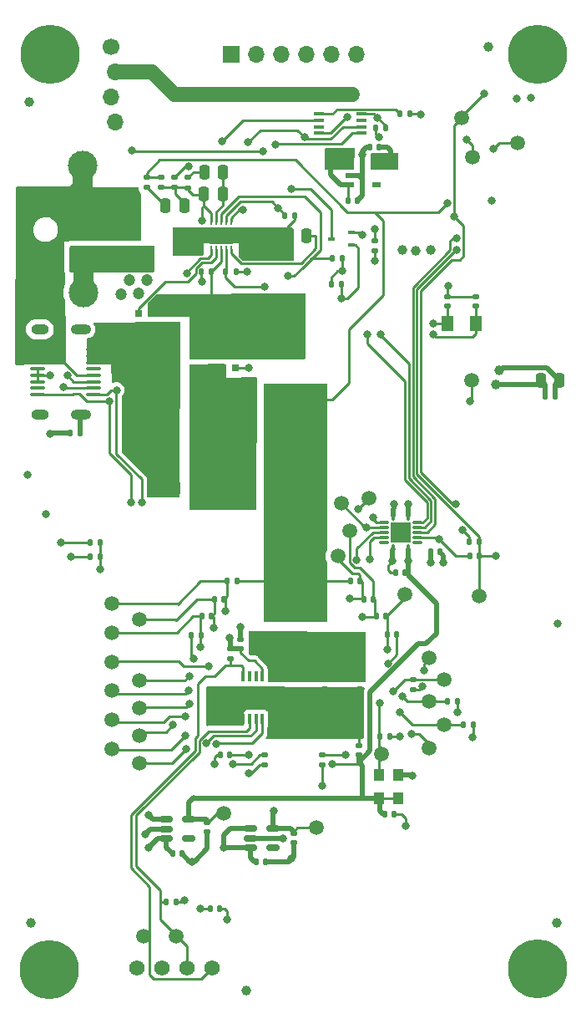
<source format=gbr>
%TF.GenerationSoftware,KiCad,Pcbnew,7.0.9*%
%TF.CreationDate,2024-02-14T23:05:42-05:00*%
%TF.ProjectId,bitaxeSupra,62697461-7865-4537-9570-72612e6b6963,rev?*%
%TF.SameCoordinates,Original*%
%TF.FileFunction,Copper,L1,Top*%
%TF.FilePolarity,Positive*%
%FSLAX46Y46*%
G04 Gerber Fmt 4.6, Leading zero omitted, Abs format (unit mm)*
G04 Created by KiCad (PCBNEW 7.0.9) date 2024-02-14 23:05:42*
%MOMM*%
%LPD*%
G01*
G04 APERTURE LIST*
G04 Aperture macros list*
%AMRoundRect*
0 Rectangle with rounded corners*
0 $1 Rounding radius*
0 $2 $3 $4 $5 $6 $7 $8 $9 X,Y pos of 4 corners*
0 Add a 4 corners polygon primitive as box body*
4,1,4,$2,$3,$4,$5,$6,$7,$8,$9,$2,$3,0*
0 Add four circle primitives for the rounded corners*
1,1,$1+$1,$2,$3*
1,1,$1+$1,$4,$5*
1,1,$1+$1,$6,$7*
1,1,$1+$1,$8,$9*
0 Add four rect primitives between the rounded corners*
20,1,$1+$1,$2,$3,$4,$5,0*
20,1,$1+$1,$4,$5,$6,$7,0*
20,1,$1+$1,$6,$7,$8,$9,0*
20,1,$1+$1,$8,$9,$2,$3,0*%
%AMFreePoly0*
4,1,35,0.005000,-4.560000,0.003536,-4.563536,0.000000,-4.565000,-5.000000,-4.565000,-5.003536,-4.563536,-5.005000,-4.560000,-5.005000,-3.898000,-5.003536,-3.894464,-5.000000,-3.893000,-4.325000,-3.893000,-4.325000,-3.269700,-5.000000,-3.269700,-5.003536,-3.268236,-5.005000,-3.264700,-5.005000,-2.599700,-5.003536,-2.596164,-5.000000,-2.594700,-4.325000,-2.594700,-4.325000,-1.971400,-5.000000,-1.971400,
-5.003536,-1.969936,-5.005000,-1.966400,-5.005000,-1.301400,-5.003536,-1.297864,-5.000000,-1.296400,-4.325000,-1.296400,-4.325000,-0.673100,-5.000000,-0.673100,-5.003536,-0.671636,-5.005000,-0.668100,-5.005000,0.000000,-5.003536,0.003536,-5.000000,0.005000,0.005000,0.005000,0.005000,-4.560000,0.005000,-4.560000,$1*%
%AMFreePoly1*
4,1,45,-0.124646,1.700354,-0.124500,1.700000,-0.124500,1.200500,0.124500,1.200500,0.124500,1.700000,0.124646,1.700354,0.125000,1.700500,0.375000,1.700500,0.375354,1.700354,0.375500,1.700000,0.375500,1.200500,0.825000,1.200500,0.825354,1.200354,0.825500,1.200000,0.825500,-1.200000,0.825354,-1.200354,0.825000,-1.200500,0.375500,-1.200500,0.375500,-1.700000,0.375354,-1.700354,
0.375000,-1.700500,0.125000,-1.700500,0.124646,-1.700354,0.124500,-1.700000,0.124500,-1.200500,-0.124500,-1.200500,-0.124500,-1.700000,-0.124646,-1.700354,-0.125000,-1.700500,-0.375000,-1.700500,-0.375354,-1.700354,-0.375500,-1.700000,-0.375500,-1.200500,-0.825000,-1.200500,-0.825354,-1.200354,-0.825500,-1.200000,-0.825500,1.200000,-0.825354,1.200354,-0.825000,1.200500,-0.375500,1.200500,
-0.375500,1.700000,-0.375354,1.700354,-0.375000,1.700500,-0.125000,1.700500,-0.124646,1.700354,-0.124646,1.700354,$1*%
G04 Aperture macros list end*
%TA.AperFunction,SMDPad,CuDef*%
%ADD10RoundRect,0.250000X0.250000X0.475000X-0.250000X0.475000X-0.250000X-0.475000X0.250000X-0.475000X0*%
%TD*%
%TA.AperFunction,SMDPad,CuDef*%
%ADD11RoundRect,0.100000X-0.637500X-0.100000X0.637500X-0.100000X0.637500X0.100000X-0.637500X0.100000X0*%
%TD*%
%TA.AperFunction,SMDPad,CuDef*%
%ADD12C,1.500000*%
%TD*%
%TA.AperFunction,SMDPad,CuDef*%
%ADD13C,1.000000*%
%TD*%
%TA.AperFunction,SMDPad,CuDef*%
%ADD14RoundRect,0.135000X-0.185000X0.135000X-0.185000X-0.135000X0.185000X-0.135000X0.185000X0.135000X0*%
%TD*%
%TA.AperFunction,SMDPad,CuDef*%
%ADD15RoundRect,0.140000X0.140000X0.170000X-0.140000X0.170000X-0.140000X-0.170000X0.140000X-0.170000X0*%
%TD*%
%TA.AperFunction,SMDPad,CuDef*%
%ADD16R,0.700000X0.450000*%
%TD*%
%TA.AperFunction,SMDPad,CuDef*%
%ADD17RoundRect,0.140000X-0.170000X0.140000X-0.170000X-0.140000X0.170000X-0.140000X0.170000X0.140000X0*%
%TD*%
%TA.AperFunction,SMDPad,CuDef*%
%ADD18RoundRect,0.135000X0.135000X0.185000X-0.135000X0.185000X-0.135000X-0.185000X0.135000X-0.185000X0*%
%TD*%
%TA.AperFunction,SMDPad,CuDef*%
%ADD19RoundRect,0.250000X-0.250000X-0.475000X0.250000X-0.475000X0.250000X0.475000X-0.250000X0.475000X0*%
%TD*%
%TA.AperFunction,SMDPad,CuDef*%
%ADD20RoundRect,0.150000X-0.512500X-0.150000X0.512500X-0.150000X0.512500X0.150000X-0.512500X0.150000X0*%
%TD*%
%TA.AperFunction,SMDPad,CuDef*%
%ADD21R,1.168400X1.600200*%
%TD*%
%TA.AperFunction,SMDPad,CuDef*%
%ADD22RoundRect,0.140000X0.170000X-0.140000X0.170000X0.140000X-0.170000X0.140000X-0.170000X-0.140000X0*%
%TD*%
%TA.AperFunction,SMDPad,CuDef*%
%ADD23RoundRect,0.140000X-0.140000X-0.170000X0.140000X-0.170000X0.140000X0.170000X-0.140000X0.170000X0*%
%TD*%
%TA.AperFunction,SMDPad,CuDef*%
%ADD24R,1.100000X1.300000*%
%TD*%
%TA.AperFunction,ComponentPad*%
%ADD25C,0.800000*%
%TD*%
%TA.AperFunction,ComponentPad*%
%ADD26C,6.000000*%
%TD*%
%TA.AperFunction,SMDPad,CuDef*%
%ADD27RoundRect,0.250000X-1.025000X0.875000X-1.025000X-0.875000X1.025000X-0.875000X1.025000X0.875000X0*%
%TD*%
%TA.AperFunction,SMDPad,CuDef*%
%ADD28R,3.100000X2.000000*%
%TD*%
%TA.AperFunction,SMDPad,CuDef*%
%ADD29RoundRect,0.135000X0.185000X-0.135000X0.185000X0.135000X-0.185000X0.135000X-0.185000X-0.135000X0*%
%TD*%
%TA.AperFunction,SMDPad,CuDef*%
%ADD30R,0.400000X1.100000*%
%TD*%
%TA.AperFunction,SMDPad,CuDef*%
%ADD31RoundRect,0.135000X-0.135000X-0.185000X0.135000X-0.185000X0.135000X0.185000X-0.135000X0.185000X0*%
%TD*%
%TA.AperFunction,SMDPad,CuDef*%
%ADD32C,3.000000*%
%TD*%
%TA.AperFunction,SMDPad,CuDef*%
%ADD33R,1.100000X0.400000*%
%TD*%
%TA.AperFunction,ComponentPad*%
%ADD34R,1.700000X1.700000*%
%TD*%
%TA.AperFunction,ComponentPad*%
%ADD35O,1.700000X1.700000*%
%TD*%
%TA.AperFunction,SMDPad,CuDef*%
%ADD36R,0.700000X0.800000*%
%TD*%
%TA.AperFunction,SMDPad,CuDef*%
%ADD37FreePoly0,270.000000*%
%TD*%
%TA.AperFunction,SMDPad,CuDef*%
%ADD38RoundRect,0.007800X-0.122200X0.442200X-0.122200X-0.442200X0.122200X-0.442200X0.122200X0.442200X0*%
%TD*%
%TA.AperFunction,SMDPad,CuDef*%
%ADD39RoundRect,0.007800X-0.442200X-0.122200X0.442200X-0.122200X0.442200X0.122200X-0.442200X0.122200X0*%
%TD*%
%TA.AperFunction,SMDPad,CuDef*%
%ADD40R,2.050000X2.050000*%
%TD*%
%TA.AperFunction,ComponentPad*%
%ADD41C,0.500000*%
%TD*%
%TA.AperFunction,SMDPad,CuDef*%
%ADD42RoundRect,0.050000X-0.070000X0.250000X-0.070000X-0.250000X0.070000X-0.250000X0.070000X0.250000X0*%
%TD*%
%TA.AperFunction,ComponentPad*%
%ADD43C,0.400000*%
%TD*%
%TA.AperFunction,SMDPad,CuDef*%
%ADD44FreePoly1,270.000000*%
%TD*%
%TA.AperFunction,SMDPad,CuDef*%
%ADD45R,1.600000X2.700000*%
%TD*%
%TA.AperFunction,SMDPad,CuDef*%
%ADD46FreePoly0,90.000000*%
%TD*%
%TA.AperFunction,SMDPad,CuDef*%
%ADD47RoundRect,0.250000X-0.325000X-1.100000X0.325000X-1.100000X0.325000X1.100000X-0.325000X1.100000X0*%
%TD*%
%TA.AperFunction,SMDPad,CuDef*%
%ADD48RoundRect,0.250000X0.325000X0.650000X-0.325000X0.650000X-0.325000X-0.650000X0.325000X-0.650000X0*%
%TD*%
%TA.AperFunction,SMDPad,CuDef*%
%ADD49R,0.952500X0.558800*%
%TD*%
%TA.AperFunction,ComponentPad*%
%ADD50C,1.574800*%
%TD*%
%TA.AperFunction,ComponentPad*%
%ADD51C,1.700000*%
%TD*%
%TA.AperFunction,ComponentPad*%
%ADD52O,1.800000X1.000000*%
%TD*%
%TA.AperFunction,ComponentPad*%
%ADD53O,2.100000X1.000000*%
%TD*%
%TA.AperFunction,ViaPad*%
%ADD54C,0.800000*%
%TD*%
%TA.AperFunction,ViaPad*%
%ADD55C,1.200000*%
%TD*%
%TA.AperFunction,ViaPad*%
%ADD56C,1.000000*%
%TD*%
%TA.AperFunction,Conductor*%
%ADD57C,0.254000*%
%TD*%
%TA.AperFunction,Conductor*%
%ADD58C,0.508000*%
%TD*%
%TA.AperFunction,Conductor*%
%ADD59C,2.000000*%
%TD*%
%TA.AperFunction,Conductor*%
%ADD60C,1.500000*%
%TD*%
G04 APERTURE END LIST*
D10*
%TO.P,C43,1*%
%TO.N,Net-(U9-BP)*%
X106814000Y-69487000D03*
%TO.P,C43,2*%
%TO.N,GND*%
X104914000Y-69487000D03*
%TD*%
D11*
%TO.P,U8,1,IN+*%
%TO.N,/Power/VIN*%
X79540000Y-80990000D03*
%TO.P,U8,2,IN+*%
X79540000Y-81640000D03*
%TO.P,U8,3,IN+*%
X79540000Y-82290000D03*
%TO.P,U8,4,A1*%
%TO.N,GND*%
X79540000Y-82940000D03*
%TO.P,U8,5,A0*%
X79540000Y-83590000D03*
%TO.P,U8,6,GND*%
X79540000Y-84240000D03*
%TO.P,U8,7,ALERT*%
%TO.N,unconnected-(U8-ALERT-Pad7)*%
X79540000Y-84890000D03*
%TO.P,U8,8,SDA*%
%TO.N,/SDA*%
X79540000Y-85540000D03*
%TO.P,U8,9,SCL*%
%TO.N,/SCL*%
X85265000Y-85540000D03*
%TO.P,U8,10,VS*%
%TO.N,/3V3*%
X85265000Y-84890000D03*
%TO.P,U8,11,GND*%
%TO.N,GND*%
X85265000Y-84240000D03*
%TO.P,U8,12,VBUS*%
%TO.N,/Power/VIN*%
X85265000Y-83590000D03*
%TO.P,U8,13,NC*%
%TO.N,unconnected-(U8-NC-Pad13)*%
X85265000Y-82940000D03*
%TO.P,U8,14,IN-*%
%TO.N,/5V*%
X85265000Y-82290000D03*
%TO.P,U8,15,IN-*%
X85265000Y-81640000D03*
%TO.P,U8,16,IN-*%
X85265000Y-80990000D03*
%TD*%
D12*
%TO.P,TP13,1,1*%
%TO.N,/BM1368/1V8*%
X98453000Y-127966000D03*
%TD*%
D13*
%TO.P,FID2,*%
%TO.N,*%
X125270000Y-50310000D03*
%TD*%
%TO.P,FID4,*%
%TO.N,*%
X132260000Y-139060000D03*
%TD*%
D14*
%TO.P,R13,1*%
%TO.N,/VDD*%
X90649600Y-63569000D03*
%TO.P,R13,2*%
%TO.N,Net-(C45-Pad1)*%
X90649600Y-64589000D03*
%TD*%
D13*
%TO.P,FID3,*%
%TO.N,*%
X78850000Y-139070000D03*
%TD*%
D15*
%TO.P,C12,1*%
%TO.N,/VDD*%
X99760000Y-104470000D03*
%TO.P,C12,2*%
%TO.N,/BM1368/VDD1_1*%
X98800000Y-104470000D03*
%TD*%
D12*
%TO.P,TP3,1,1*%
%TO.N,Net-(TP3-Pad1)*%
X119260000Y-121350000D03*
%TD*%
%TO.P,TP2,1,1*%
%TO.N,Net-(R17-Pad2)*%
X120820000Y-119010000D03*
%TD*%
D16*
%TO.P,Q4,1,G*%
%TO.N,/ESP32/PWR_EN*%
X111370000Y-70430000D03*
%TO.P,Q4,2,S*%
%TO.N,GND*%
X111370000Y-69130000D03*
%TO.P,Q4,3,D*%
%TO.N,Net-(Q4-D)*%
X109370000Y-69780000D03*
%TD*%
D15*
%TO.P,C14,1*%
%TO.N,Net-(U4-VDDIO_12_1)*%
X99072000Y-122018000D03*
%TO.P,C14,2*%
%TO.N,GND*%
X98112000Y-122018000D03*
%TD*%
D10*
%TO.P,C41,1*%
%TO.N,Net-(U9-COMP)*%
X98355400Y-63005800D03*
%TO.P,C41,2*%
%TO.N,Net-(C41-Pad2)*%
X96455400Y-63005800D03*
%TD*%
D12*
%TO.P,TP19,1,1*%
%TO.N,/3V3*%
X123610000Y-84120000D03*
%TD*%
D17*
%TO.P,C11,1*%
%TO.N,/VDD*%
X111130400Y-114456400D03*
%TO.P,C11,2*%
%TO.N,GND*%
X111130400Y-115416400D03*
%TD*%
D14*
%TO.P,R8,1*%
%TO.N,/3V3*%
X113770000Y-69930000D03*
%TO.P,R8,2*%
%TO.N,/PLUG_SENSE*%
X113770000Y-70950000D03*
%TD*%
D15*
%TO.P,C17,1*%
%TO.N,/BM1368/VDD2_1*%
X97190000Y-108010000D03*
%TO.P,C17,2*%
%TO.N,/BM1368/VDD3_1*%
X96230000Y-108010000D03*
%TD*%
D17*
%TO.P,C10,1*%
%TO.N,/VDD*%
X108692000Y-114431000D03*
%TO.P,C10,2*%
%TO.N,GND*%
X108692000Y-115391000D03*
%TD*%
D18*
%TO.P,R5,1*%
%TO.N,GND*%
X85930000Y-100530000D03*
%TO.P,R5,2*%
%TO.N,Net-(J8-CC2)*%
X84910000Y-100530000D03*
%TD*%
D19*
%TO.P,C38,1*%
%TO.N,/5V*%
X93550000Y-95040000D03*
%TO.P,C38,2*%
%TO.N,GND*%
X95450000Y-95040000D03*
%TD*%
D20*
%TO.P,U6,1,VIN*%
%TO.N,/5V*%
X101162500Y-129520000D03*
%TO.P,U6,2,GND*%
%TO.N,GND*%
X101162500Y-130470000D03*
%TO.P,U6,3,EN*%
%TO.N,/5V*%
X101162500Y-131420000D03*
%TO.P,U6,4,PG*%
%TO.N,unconnected-(U6-PG-Pad4)*%
X103437500Y-131420000D03*
%TO.P,U6,5,VOUT*%
%TO.N,/BM1368/0V8*%
X103437500Y-129520000D03*
%TD*%
D19*
%TO.P,C45,1*%
%TO.N,Net-(C45-Pad1)*%
X92522000Y-66420000D03*
%TO.P,C45,2*%
%TO.N,/Power/OUT0*%
X94422000Y-66420000D03*
%TD*%
D21*
%TO.P,Y1,1,1*%
%TO.N,/ESP32/XIN32*%
X124017400Y-78349000D03*
%TO.P,Y1,2,2*%
%TO.N,/ESP32/XOUT32*%
X121172600Y-78349000D03*
%TD*%
D12*
%TO.P,TP11,1,1*%
%TO.N,/BM1368/RST_N*%
X113150000Y-96080000D03*
%TD*%
%TO.P,TP16,1,1*%
%TO.N,/Fan/FAN_TACH*%
X93610000Y-140380000D03*
%TD*%
%TO.P,TP15,1,1*%
%TO.N,/Fan/FAN_PWM*%
X90300000Y-140410000D03*
%TD*%
%TO.P,TP1,1,1*%
%TO.N,/BM1368/BO*%
X87080000Y-118492000D03*
%TD*%
D19*
%TO.P,C51,1*%
%TO.N,/3V3*%
X130580000Y-84090000D03*
%TO.P,C51,2*%
%TO.N,GND*%
X132480000Y-84090000D03*
%TD*%
D12*
%TO.P,TP40,1,1*%
%TO.N,/BM1368/VDD3_1*%
X87080000Y-109678000D03*
%TD*%
%TO.P,TP23,1,1*%
%TO.N,/ESP32/IO0*%
X122556000Y-57528000D03*
%TD*%
%TO.P,TP35,1,1*%
%TO.N,/BM1368/VDD2_0*%
X111205000Y-99380000D03*
%TD*%
D22*
%TO.P,C16,1*%
%TO.N,Net-(U4-VDDIO_08_1)*%
X102626000Y-123028000D03*
%TO.P,C16,2*%
%TO.N,GND*%
X102626000Y-122068000D03*
%TD*%
%TO.P,C5,1*%
%TO.N,/BM1368/1V8*%
X112140000Y-122030000D03*
%TO.P,C5,2*%
%TO.N,GND*%
X112140000Y-121070000D03*
%TD*%
D23*
%TO.P,C52,1*%
%TO.N,/3V3*%
X131050000Y-85700000D03*
%TO.P,C52,2*%
%TO.N,GND*%
X132010000Y-85700000D03*
%TD*%
D24*
%TO.P,U1,1,EN*%
%TO.N,/BM1368/1V8*%
X116120000Y-126400000D03*
%TO.P,U1,2,GND*%
%TO.N,GND*%
X116120000Y-124100000D03*
%TO.P,U1,3,OUT*%
%TO.N,/BM1368/CLKI*%
X114220000Y-124100000D03*
%TO.P,U1,4,VIN*%
%TO.N,/BM1368/1V8*%
X114220000Y-126400000D03*
%TD*%
D23*
%TO.P,C23,1*%
%TO.N,/5V*%
X101710000Y-132840000D03*
%TO.P,C23,2*%
%TO.N,GND*%
X102670000Y-132840000D03*
%TD*%
D25*
%TO.P,H7,1,1*%
%TO.N,GND*%
X127985010Y-51120990D03*
X128644020Y-49530000D03*
X128644020Y-52711980D03*
X130235010Y-48870990D03*
D26*
X130235010Y-51120990D03*
D25*
X130235010Y-53370990D03*
X131826000Y-49530000D03*
X131826000Y-52711980D03*
X132485010Y-51120990D03*
%TD*%
D22*
%TO.P,C30,1*%
%TO.N,/ESP32/XIN32*%
X124043000Y-76576000D03*
%TO.P,C30,2*%
%TO.N,GND*%
X124043000Y-75616000D03*
%TD*%
D15*
%TO.P,C1,1*%
%TO.N,GND*%
X115710000Y-128040000D03*
%TO.P,C1,2*%
%TO.N,/BM1368/1V8*%
X114750000Y-128040000D03*
%TD*%
D13*
%TO.P,FID1,*%
%TO.N,*%
X78750000Y-55900000D03*
%TD*%
D14*
%TO.P,R10,1*%
%TO.N,Net-(C41-Pad2)*%
X94828800Y-63573600D03*
%TO.P,R10,2*%
%TO.N,/Power/OUT0*%
X94828800Y-64593600D03*
%TD*%
D12*
%TO.P,TP5,1,1*%
%TO.N,/BM1368/CI*%
X110340000Y-96570000D03*
%TD*%
%TO.P,TP41,1,1*%
%TO.N,/BM1368/VDD2_1*%
X89890000Y-108360000D03*
%TD*%
D18*
%TO.P,R17,1*%
%TO.N,GND*%
X123720000Y-118980000D03*
%TO.P,R17,2*%
%TO.N,Net-(R17-Pad2)*%
X122700000Y-118980000D03*
%TD*%
D12*
%TO.P,TP17,1,1*%
%TO.N,/ESP32/EN*%
X124360000Y-105950000D03*
%TD*%
D27*
%TO.P,C13,1*%
%TO.N,/VDD*%
X105580000Y-111590000D03*
%TO.P,C13,2*%
%TO.N,GND*%
X105580000Y-117990000D03*
%TD*%
D12*
%TO.P,TP9,1,1*%
%TO.N,/BM1368/RO*%
X119280000Y-112180000D03*
%TD*%
D28*
%TO.P,L1,1,1*%
%TO.N,/Power/SW*%
X104570000Y-77870000D03*
%TO.P,L1,2,2*%
%TO.N,/VDD*%
X104570000Y-86190000D03*
%TD*%
D12*
%TO.P,TP7,1,1*%
%TO.N,/BM1368/CLKI*%
X114480000Y-121940000D03*
%TD*%
D29*
%TO.P,R9,1*%
%TO.N,/Fan/FAN_PWM*%
X99098400Y-112302200D03*
%TO.P,R9,2*%
%TO.N,/3V3*%
X99098400Y-111282200D03*
%TD*%
D15*
%TO.P,C21,1*%
%TO.N,/ESP32/EN*%
X124350000Y-101890000D03*
%TO.P,C21,2*%
%TO.N,GND*%
X123390000Y-101890000D03*
%TD*%
D29*
%TO.P,R15,1*%
%TO.N,/Power/OUT0*%
X93465000Y-64589000D03*
%TO.P,R15,2*%
%TO.N,GND*%
X93465000Y-63569000D03*
%TD*%
D30*
%TO.P,U7,1,VDD*%
%TO.N,/3V3*%
X102351800Y-114107200D03*
%TO.P,U7,2,DP*%
%TO.N,unconnected-(U7-DP-Pad2)*%
X101701800Y-114107200D03*
%TO.P,U7,3,DN*%
%TO.N,unconnected-(U7-DN-Pad3)*%
X101051800Y-114107200D03*
%TO.P,U7,4,FAN*%
%TO.N,/Fan/FAN_PWM*%
X100401800Y-114107200D03*
%TO.P,U7,5,GND*%
%TO.N,GND*%
X100401800Y-118407200D03*
%TO.P,U7,6,ALERT/TACH*%
%TO.N,/Fan/FAN_TACH*%
X101051800Y-118407200D03*
%TO.P,U7,7,SMDATA*%
%TO.N,/SDA*%
X101701800Y-118407200D03*
%TO.P,U7,8,SMCLK*%
%TO.N,/SCL*%
X102351800Y-118407200D03*
%TD*%
D31*
%TO.P,R16,1*%
%TO.N,Net-(U10-FS0)*%
X116330000Y-57110000D03*
%TO.P,R16,2*%
%TO.N,GND*%
X117350000Y-57110000D03*
%TD*%
D12*
%TO.P,TP38,1,1*%
%TO.N,/BM1368/NRSTO*%
X87080000Y-112616000D03*
%TD*%
D20*
%TO.P,U5,1,VIN*%
%TO.N,/5V*%
X92595500Y-128588000D03*
%TO.P,U5,2,GND*%
%TO.N,GND*%
X92595500Y-129538000D03*
%TO.P,U5,3,EN*%
%TO.N,/5V*%
X92595500Y-130488000D03*
%TO.P,U5,4,PG*%
%TO.N,unconnected-(U5-PG-Pad4)*%
X94870500Y-130488000D03*
%TO.P,U5,5,VOUT*%
%TO.N,/BM1368/1V8*%
X94870500Y-128588000D03*
%TD*%
D25*
%TO.P,H9,1,1*%
%TO.N,GND*%
X128052000Y-143728000D03*
X128711010Y-142137010D03*
X128711010Y-145318990D03*
X130302000Y-141478000D03*
D26*
X130302000Y-143728000D03*
D25*
X130302000Y-145978000D03*
X131892990Y-142137010D03*
X131892990Y-145318990D03*
X132552000Y-143728000D03*
%TD*%
D32*
%TO.P,TP12,1,1*%
%TO.N,GND*%
X84180000Y-75200000D03*
%TD*%
D17*
%TO.P,C9,1*%
%TO.N,/VDD*%
X109962000Y-114460000D03*
%TO.P,C9,2*%
%TO.N,GND*%
X109962000Y-115420000D03*
%TD*%
D15*
%TO.P,C49,1*%
%TO.N,/3V3*%
X114200000Y-60500000D03*
%TO.P,C49,2*%
%TO.N,GND*%
X113240000Y-60500000D03*
%TD*%
D12*
%TO.P,TP18,1,1*%
%TO.N,/ESP32/P_TX*%
X128200000Y-60060000D03*
%TD*%
D10*
%TO.P,C40,1*%
%TO.N,Net-(U9-COMP)*%
X98333000Y-65268000D03*
%TO.P,C40,2*%
%TO.N,/Power/OUT0*%
X96433000Y-65268000D03*
%TD*%
D33*
%TO.P,U10,1,SDA*%
%TO.N,/SDA*%
X112380000Y-59065000D03*
%TO.P,U10,2,SCL*%
%TO.N,/SCL*%
X112380000Y-58415000D03*
%TO.P,U10,3,FS1*%
%TO.N,unconnected-(U10-FS1-Pad3)*%
X112380000Y-57765000D03*
%TO.P,U10,4,GND*%
%TO.N,GND*%
X112380000Y-57115000D03*
%TO.P,U10,5,FS0*%
%TO.N,Net-(U10-FS0)*%
X108080000Y-57115000D03*
%TO.P,U10,6,OUT0*%
%TO.N,/Power/OUT0*%
X108080000Y-57765000D03*
%TO.P,U10,7,OUT1*%
%TO.N,/Power/OUT1*%
X108080000Y-58415000D03*
%TO.P,U10,8,VCC*%
%TO.N,/3V3*%
X108080000Y-59065000D03*
%TD*%
D29*
%TO.P,R6,1*%
%TO.N,GND*%
X117660000Y-115430000D03*
%TO.P,R6,2*%
%TO.N,/BM1368/BI*%
X117660000Y-114410000D03*
%TD*%
D23*
%TO.P,C39,1*%
%TO.N,Net-(Q4-D)*%
X104650000Y-67450000D03*
%TO.P,C39,2*%
%TO.N,GND*%
X105610000Y-67450000D03*
%TD*%
D34*
%TO.P,J6,1,Pin_1*%
%TO.N,/5V*%
X99171505Y-51054000D03*
D35*
%TO.P,J6,2,Pin_2*%
%TO.N,GND*%
X101711505Y-51054000D03*
%TO.P,J6,3,Pin_3*%
%TO.N,Net-(J6-Pin_3)*%
X104251505Y-51054000D03*
%TO.P,J6,4,Pin_4*%
%TO.N,Net-(J6-Pin_4)*%
X106791505Y-51054000D03*
%TO.P,J6,5,Pin_5*%
%TO.N,Net-(J6-Pin_5)*%
X109331505Y-51054000D03*
%TO.P,J6,6,Pin_6*%
%TO.N,Net-(J6-Pin_6)*%
X111871505Y-51054000D03*
%TD*%
D12*
%TO.P,TP8,1,1*%
%TO.N,/BM1368/BI*%
X120820000Y-114390000D03*
%TD*%
%TO.P,TP46,1,1*%
%TO.N,/BM1368/PIN_MODE*%
X89890000Y-122890000D03*
%TD*%
D25*
%TO.P,H10,1,1*%
%TO.N,GND*%
X78455010Y-143830990D03*
X79114020Y-142240000D03*
X79114020Y-145421980D03*
X80705010Y-141580990D03*
D26*
X80705010Y-143830990D03*
D25*
X80705010Y-146080990D03*
X82296000Y-142240000D03*
X82296000Y-145421980D03*
X82955010Y-143830990D03*
%TD*%
D18*
%TO.P,R18,1*%
%TO.N,GND*%
X115270000Y-120160000D03*
%TO.P,R18,2*%
%TO.N,/BM1368/CLKI*%
X114250000Y-120160000D03*
%TD*%
D22*
%TO.P,C31,1*%
%TO.N,/ESP32/XOUT32*%
X121159000Y-76585000D03*
%TO.P,C31,2*%
%TO.N,GND*%
X121159000Y-75625000D03*
%TD*%
D32*
%TO.P,TP20,1,1*%
%TO.N,/Power/VIN*%
X84150000Y-62350000D03*
%TD*%
D23*
%TO.P,C35,1*%
%TO.N,/3V3*%
X82890000Y-89480000D03*
%TO.P,C35,2*%
%TO.N,GND*%
X83850000Y-89480000D03*
%TD*%
D22*
%TO.P,C33,1*%
%TO.N,/3V3*%
X100139800Y-111281600D03*
%TO.P,C33,2*%
%TO.N,GND*%
X100139800Y-110321600D03*
%TD*%
D14*
%TO.P,R14,1*%
%TO.N,/VDD*%
X92057300Y-63569000D03*
%TO.P,R14,2*%
%TO.N,/Power/OUT0*%
X92057300Y-64589000D03*
%TD*%
D23*
%TO.P,C20,1*%
%TO.N,/3V3*%
X119425000Y-101505000D03*
%TO.P,C20,2*%
%TO.N,GND*%
X120385000Y-101505000D03*
%TD*%
D15*
%TO.P,C18,1*%
%TO.N,/BM1368/VDD3_1*%
X96119000Y-109911000D03*
%TO.P,C18,2*%
%TO.N,GND*%
X95159000Y-109911000D03*
%TD*%
%TO.P,C2,1*%
%TO.N,GND*%
X116000000Y-109854000D03*
%TO.P,C2,2*%
%TO.N,/BM1368/VDD3_0*%
X115040000Y-109854000D03*
%TD*%
D36*
%TO.P,Q2,1*%
%TO.N,GND*%
X95751600Y-82862700D03*
%TO.P,Q2,2*%
X97049900Y-82862700D03*
%TO.P,Q2,3,S*%
X98313300Y-82862700D03*
%TO.P,Q2,4,G*%
%TO.N,Net-(Q2-G)*%
X99611600Y-82862700D03*
D37*
%TO.P,Q2,5,D*%
%TO.N,/Power/SW*%
X99961600Y-81957700D03*
%TD*%
D38*
%TO.P,U2,1,VCCA*%
%TO.N,/BM1368/1V8*%
X115652000Y-97810000D03*
D39*
%TO.P,U2,2,A1*%
%TO.N,/BM1368/RO*%
X114717000Y-98495000D03*
%TO.P,U2,3,A2*%
%TO.N,/BM1368/CI*%
X114717000Y-98995000D03*
%TO.P,U2,4,A3*%
%TO.N,/BM1368/RST_N*%
X114717000Y-99495000D03*
%TO.P,U2,5,A4*%
%TO.N,GND*%
X114717000Y-99995000D03*
%TO.P,U2,6,NC*%
%TO.N,unconnected-(U2-NC-Pad6)*%
X114717000Y-100495000D03*
D38*
%TO.P,U2,7,GND*%
%TO.N,GND*%
X115652000Y-101180000D03*
%TO.P,U2,8,OE*%
%TO.N,/BM1368/1V8*%
X117152000Y-101180000D03*
D39*
%TO.P,U2,9,NC*%
%TO.N,unconnected-(U2-NC-Pad9)*%
X118087000Y-100495000D03*
%TO.P,U2,10,B4*%
%TO.N,GND*%
X118087000Y-99995000D03*
%TO.P,U2,11,B3*%
%TO.N,/RST*%
X118087000Y-99495000D03*
%TO.P,U2,12,B2*%
%TO.N,/TX*%
X118087000Y-98995000D03*
%TO.P,U2,13,B1*%
%TO.N,/RX*%
X118087000Y-98495000D03*
D38*
%TO.P,U2,14,VCCB*%
%TO.N,/3V3*%
X117152000Y-97810000D03*
D40*
%TO.P,U2,15,GND*%
%TO.N,GND*%
X116402000Y-99495000D03*
D41*
%TO.P,U2,16,GND*%
X116902000Y-98995000D03*
%TO.P,U2,17,GND*%
X116902000Y-99995000D03*
%TO.P,U2,18,GND*%
X115902000Y-99995000D03*
%TO.P,U2,19,GND*%
X115902000Y-98995000D03*
%TD*%
D31*
%TO.P,R2,1*%
%TO.N,/Fan/FAN_TACH*%
X92560000Y-136980000D03*
%TO.P,R2,2*%
%TO.N,/3V3*%
X93580000Y-136980000D03*
%TD*%
D15*
%TO.P,C6,1*%
%TO.N,/BM1368/VDD2_0*%
X113600000Y-106260000D03*
%TO.P,C6,2*%
%TO.N,/BM1368/VDD1_0*%
X112640000Y-106260000D03*
%TD*%
D23*
%TO.P,C44,1*%
%TO.N,/3V3*%
X113880000Y-58540000D03*
%TO.P,C44,2*%
%TO.N,GND*%
X114840000Y-58540000D03*
%TD*%
D42*
%TO.P,U9,1,VDD*%
%TO.N,/5V*%
X99201691Y-68022200D03*
%TO.P,U9,2,EN/SS*%
%TO.N,Net-(Q4-D)*%
X98701691Y-68022200D03*
%TO.P,U9,3,PGOOD*%
%TO.N,/Power/PGOOD*%
X98201691Y-68022200D03*
%TO.P,U9,4,COMP*%
%TO.N,Net-(U9-COMP)*%
X97701691Y-68022200D03*
%TO.P,U9,5,FB*%
%TO.N,/Power/OUT0*%
X97201691Y-68022200D03*
%TO.P,U9,6,BOOT*%
%TO.N,Net-(U9-BOOT)*%
X97201691Y-70822200D03*
%TO.P,U9,7,HDRV*%
%TO.N,Net-(Q1-G)*%
X97701691Y-70822200D03*
%TO.P,U9,8,SW*%
%TO.N,/Power/SW*%
X98201691Y-70822200D03*
%TO.P,U9,9,LDRV*%
%TO.N,Net-(Q2-G)*%
X98701691Y-70822200D03*
%TO.P,U9,10,BP*%
%TO.N,Net-(U9-BP)*%
X99201691Y-70822200D03*
D43*
%TO.P,U9,11,GND*%
%TO.N,GND*%
X98201691Y-68847200D03*
X99151691Y-69422200D03*
D44*
X98201691Y-69422200D03*
D43*
X97251691Y-69422200D03*
X98201691Y-69997200D03*
%TD*%
D12*
%TO.P,TP34,1,1*%
%TO.N,/BM1368/VDD1_0*%
X110055000Y-101930000D03*
%TD*%
D23*
%TO.P,C22,1*%
%TO.N,/5V*%
X93233000Y-132048000D03*
%TO.P,C22,2*%
%TO.N,GND*%
X94193000Y-132048000D03*
%TD*%
D22*
%TO.P,C4,1*%
%TO.N,/BM1368/0V8*%
X108465000Y-123028000D03*
%TO.P,C4,2*%
%TO.N,GND*%
X108465000Y-122068000D03*
%TD*%
D25*
%TO.P,H8,1,1*%
%TO.N,GND*%
X78558000Y-51054000D03*
X79217010Y-49463010D03*
X79217010Y-52644990D03*
X80808000Y-48804000D03*
D26*
X80808000Y-51054000D03*
D25*
X80808000Y-53304000D03*
X82398990Y-49463010D03*
X82398990Y-52644990D03*
X83058000Y-51054000D03*
%TD*%
D17*
%TO.P,C7,1*%
%TO.N,/VDD*%
X112248000Y-114405600D03*
%TO.P,C7,2*%
%TO.N,GND*%
X112248000Y-115365600D03*
%TD*%
D18*
%TO.P,R11,1*%
%TO.N,GND*%
X122120000Y-116640000D03*
%TO.P,R11,2*%
%TO.N,Net-(R11-Pad2)*%
X121100000Y-116640000D03*
%TD*%
D45*
%TO.P,C46,1*%
%TO.N,/VDD*%
X103851600Y-89640200D03*
%TO.P,C46,2*%
%TO.N,GND*%
X100851600Y-89640200D03*
%TD*%
D36*
%TO.P,Q1,1*%
%TO.N,/Power/SW*%
X93649887Y-77313864D03*
%TO.P,Q1,2*%
X92351587Y-77313864D03*
%TO.P,Q1,3,S*%
X91088187Y-77313864D03*
%TO.P,Q1,4,G*%
%TO.N,Net-(Q1-G)*%
X89789887Y-77313864D03*
D46*
%TO.P,Q1,5,D*%
%TO.N,/5V*%
X89439887Y-78218864D03*
%TD*%
D15*
%TO.P,C8,1*%
%TO.N,/BM1368/VDD1_0*%
X112270000Y-104470000D03*
%TO.P,C8,2*%
%TO.N,/VDD*%
X111310000Y-104470000D03*
%TD*%
D23*
%TO.P,C42,1*%
%TO.N,Net-(U9-BOOT)*%
X96189800Y-73128000D03*
%TO.P,C42,2*%
%TO.N,/Power/SW*%
X97149800Y-73128000D03*
%TD*%
D47*
%TO.P,C34,1*%
%TO.N,/5V*%
X92806600Y-85410000D03*
%TO.P,C34,2*%
%TO.N,GND*%
X95756600Y-85410000D03*
%TD*%
D12*
%TO.P,TP14,1,1*%
%TO.N,/BM1368/0V8*%
X107810000Y-129430000D03*
%TD*%
D31*
%TO.P,R12,1*%
%TO.N,Net-(Q2-G)*%
X98650200Y-73123400D03*
%TO.P,R12,2*%
%TO.N,GND*%
X99670200Y-73123400D03*
%TD*%
D12*
%TO.P,TP10,1,1*%
%TO.N,Net-(R11-Pad2)*%
X119280000Y-116660000D03*
%TD*%
D18*
%TO.P,R4,1*%
%TO.N,/3V3*%
X110465000Y-71760000D03*
%TO.P,R4,2*%
%TO.N,/Power/PGOOD*%
X109445000Y-71760000D03*
%TD*%
D12*
%TO.P,TP44,1,1*%
%TO.N,/BM1368/CLKO*%
X89890000Y-114520000D03*
%TD*%
D31*
%TO.P,R7,1*%
%TO.N,/3V3*%
X109340000Y-74410000D03*
%TO.P,R7,2*%
%TO.N,/ESP32/PWR_EN*%
X110360000Y-74410000D03*
%TD*%
D12*
%TO.P,TP36,1,1*%
%TO.N,/BM1368/VDD3_0*%
X116850000Y-105780000D03*
%TD*%
D15*
%TO.P,C3,1*%
%TO.N,/BM1368/VDD3_0*%
X114900000Y-108020000D03*
%TO.P,C3,2*%
%TO.N,/BM1368/VDD2_0*%
X113940000Y-108020000D03*
%TD*%
D12*
%TO.P,TP42,1,1*%
%TO.N,/BM1368/VDD1_1*%
X87080000Y-106740000D03*
%TD*%
D31*
%TO.P,R1,1*%
%TO.N,/3V3*%
X123350000Y-100460000D03*
%TO.P,R1,2*%
%TO.N,/ESP32/EN*%
X124370000Y-100460000D03*
%TD*%
D15*
%TO.P,C29,1*%
%TO.N,/5V*%
X98040000Y-137640000D03*
%TO.P,C29,2*%
%TO.N,GND*%
X97080000Y-137640000D03*
%TD*%
%TO.P,C19,1*%
%TO.N,/BM1368/1V8*%
X116816000Y-103595000D03*
%TO.P,C19,2*%
%TO.N,GND*%
X115856000Y-103595000D03*
%TD*%
D18*
%TO.P,R3,1*%
%TO.N,GND*%
X85920000Y-102000000D03*
%TO.P,R3,2*%
%TO.N,Net-(J8-CC1)*%
X84900000Y-102000000D03*
%TD*%
D23*
%TO.P,C27,1*%
%TO.N,/5V*%
X111051000Y-65931000D03*
%TO.P,C27,2*%
%TO.N,GND*%
X112011000Y-65931000D03*
%TD*%
D12*
%TO.P,TP43,1,1*%
%TO.N,/BM1368/RI*%
X87080000Y-115554000D03*
%TD*%
%TO.P,TP22,1,1*%
%TO.N,/ESP32/P_RX*%
X123640000Y-61510000D03*
%TD*%
%TO.P,TP4,1,1*%
%TO.N,Net-(TP4-Pad1)*%
X87080000Y-121430000D03*
%TD*%
%TO.P,TP45,1,1*%
%TO.N,/BM1368/CO*%
X89890000Y-117310000D03*
%TD*%
D48*
%TO.P,C47,1*%
%TO.N,/VDD*%
X103786600Y-92610200D03*
%TO.P,C47,2*%
%TO.N,GND*%
X100836600Y-92610200D03*
%TD*%
D17*
%TO.P,C24,1*%
%TO.N,/BM1368/1V8*%
X96743000Y-128868000D03*
%TO.P,C24,2*%
%TO.N,GND*%
X96743000Y-129828000D03*
%TD*%
D12*
%TO.P,TP6,1,1*%
%TO.N,Net-(TP6-Pad1)*%
X89890000Y-120100000D03*
%TD*%
D47*
%TO.P,C36,1*%
%TO.N,/5V*%
X92785000Y-88870000D03*
%TO.P,C36,2*%
%TO.N,GND*%
X95735000Y-88870000D03*
%TD*%
D15*
%TO.P,C15,1*%
%TO.N,/BM1368/VDD1_1*%
X98470000Y-106270000D03*
%TO.P,C15,2*%
%TO.N,/BM1368/VDD2_1*%
X97510000Y-106270000D03*
%TD*%
D49*
%TO.P,U11,1,VIN*%
%TO.N,/5V*%
X111185050Y-62440200D03*
%TO.P,U11,2,GND*%
%TO.N,GND*%
X111185050Y-63380000D03*
%TO.P,U11,3,EN*%
%TO.N,/5V*%
X111185050Y-64319800D03*
%TO.P,U11,4,NC*%
%TO.N,unconnected-(U11-NC-Pad4)*%
X113940950Y-64319800D03*
%TO.P,U11,5,VOUT*%
%TO.N,/3V3*%
X113940950Y-62440200D03*
%TD*%
D47*
%TO.P,C37,1*%
%TO.N,/5V*%
X92745000Y-92320000D03*
%TO.P,C37,2*%
%TO.N,GND*%
X95695000Y-92320000D03*
%TD*%
D17*
%TO.P,C25,1*%
%TO.N,/BM1368/0V8*%
X105520000Y-129990000D03*
%TO.P,C25,2*%
%TO.N,GND*%
X105520000Y-130950000D03*
%TD*%
D50*
%TO.P,J4,1,Pin_1*%
%TO.N,GND*%
X89621000Y-143622000D03*
%TO.P,J4,2,Pin_2*%
%TO.N,/5V*%
X92161000Y-143622000D03*
%TO.P,J4,3,Pin_3*%
%TO.N,/Fan/FAN_TACH*%
X94701000Y-143622000D03*
%TO.P,J4,4,Pin_4*%
%TO.N,/Fan/FAN_PWM*%
X97241000Y-143622000D03*
%TD*%
D51*
%TO.P,J9,1,Pin_1*%
%TO.N,GND*%
X87005000Y-50292000D03*
D35*
%TO.P,J9,2,Pin_2*%
%TO.N,/3V3*%
X87405000Y-52832000D03*
%TO.P,J9,3,Pin_3*%
%TO.N,/SCL*%
X87005000Y-55372000D03*
%TO.P,J9,4,Pin_4*%
%TO.N,/SDA*%
X87405000Y-57912000D03*
%TD*%
D52*
%TO.P,J8,S1,SHIELD*%
%TO.N,GND*%
X79790000Y-87580000D03*
D53*
X83970000Y-87580000D03*
D52*
X79790000Y-78940000D03*
D53*
X83970000Y-78940000D03*
%TD*%
D54*
%TO.N,GND*%
X118630000Y-115068900D03*
X110842000Y-122062000D03*
X95240000Y-132860000D03*
X95430000Y-112260000D03*
X103190000Y-69390000D03*
X95758000Y-70612000D03*
D55*
X89840000Y-72570000D03*
D54*
X105580000Y-118749000D03*
X97490000Y-94550000D03*
X122180000Y-117750000D03*
X85920000Y-103260000D03*
D55*
X88000000Y-72550000D03*
X88000000Y-75360000D03*
D54*
X100850600Y-73131400D03*
D55*
X90678000Y-71180000D03*
D54*
X104410000Y-130470000D03*
X105310000Y-132550000D03*
X115553700Y-102418000D03*
D56*
X116540000Y-70920000D03*
D55*
X88866000Y-71180000D03*
D54*
X99060000Y-95504000D03*
D55*
X88900000Y-73990000D03*
D54*
X125600000Y-65940000D03*
X117582000Y-124133000D03*
X104088000Y-117780000D03*
X105556000Y-117786000D03*
X100100000Y-109100000D03*
X82588000Y-83598110D03*
D55*
X90680000Y-73990000D03*
D54*
X98530000Y-94570000D03*
X112460000Y-69350000D03*
X97531000Y-122977000D03*
X99510000Y-94570000D03*
X103886000Y-70358000D03*
X97028000Y-95504000D03*
X118430000Y-57150000D03*
X98044000Y-95504000D03*
D55*
X84340000Y-72470000D03*
D54*
X96070000Y-137650000D03*
X101092000Y-95504000D03*
X116890000Y-129220000D03*
X116300000Y-120160000D03*
X105580000Y-119790000D03*
X128120000Y-55550000D03*
D55*
X85242000Y-71180000D03*
D54*
X115079642Y-112780642D03*
D56*
X100765000Y-145890000D03*
D54*
X94890000Y-62470000D03*
X97550000Y-96520000D03*
X120740000Y-102550000D03*
X107100000Y-117750000D03*
X100600000Y-96510000D03*
X90470000Y-130060000D03*
D56*
X117910000Y-70950000D03*
D54*
X99584000Y-96510000D03*
X101779000Y-71402000D03*
X99373000Y-122957000D03*
X123710000Y-120230000D03*
D55*
X83430000Y-71180000D03*
D54*
X121210000Y-74547000D03*
X105580000Y-115626000D03*
X96534000Y-96520000D03*
X80837800Y-83578425D03*
X102500000Y-70390000D03*
X94160000Y-70610000D03*
X100076000Y-95504000D03*
X113230000Y-102267000D03*
X112512000Y-61250000D03*
X105580000Y-116667000D03*
X100600000Y-94570000D03*
X101010000Y-70410000D03*
X104600000Y-71380000D03*
D56*
X119454234Y-70914234D03*
D54*
X114030000Y-57490000D03*
D56*
X126380000Y-83110000D03*
D54*
X98568000Y-96510000D03*
D55*
X87054000Y-71180000D03*
X86090000Y-72500000D03*
X89840000Y-75330000D03*
D54*
X103210000Y-71420000D03*
X120290000Y-100230000D03*
X132297000Y-108743000D03*
D55*
%TO.N,/Power/VIN*%
X83520000Y-67100000D03*
X80008000Y-65208000D03*
X87330000Y-68960000D03*
X78232000Y-68834000D03*
X81786000Y-65208000D03*
X81758000Y-66826000D03*
X89140000Y-65208000D03*
X87330000Y-67100000D03*
X83520000Y-65208000D03*
X89140000Y-67100000D03*
X78232000Y-66826000D03*
X87330000Y-65208000D03*
X89140000Y-68960000D03*
X85552000Y-67100000D03*
X85552000Y-65208000D03*
X78232000Y-65208000D03*
X79980000Y-66826000D03*
X83520000Y-68960000D03*
X85552000Y-68960000D03*
%TO.N,/VDD*%
X104725000Y-107535000D03*
X104675000Y-103405000D03*
D54*
X121149900Y-66170000D03*
D55*
X104695000Y-105515000D03*
X106705000Y-107505000D03*
D54*
X105580000Y-113210000D03*
X105580000Y-114140000D03*
D55*
X106645000Y-101385000D03*
X104675000Y-101365000D03*
X106705000Y-105535000D03*
X106665000Y-103405000D03*
D54*
X108310000Y-104500000D03*
X102980000Y-104470000D03*
%TO.N,/ESP32/EN*%
X122101300Y-70905000D03*
X126070000Y-101920000D03*
%TO.N,/5V*%
X90790000Y-128130000D03*
X100400000Y-66800000D03*
D55*
X109280000Y-61185155D03*
D54*
X90861000Y-131412000D03*
D55*
X87480000Y-79100000D03*
D54*
X98430000Y-131430000D03*
X98770000Y-138720000D03*
%TO.N,/3V3*%
X80805000Y-89525000D03*
X110500000Y-73050000D03*
X119420000Y-102580000D03*
X129610000Y-55490000D03*
X99040000Y-110220000D03*
D56*
X126000000Y-84500000D03*
D54*
X123394000Y-86260000D03*
X94490000Y-136740000D03*
D55*
X111440000Y-55180000D03*
D54*
X117152000Y-96664000D03*
X114190000Y-59500000D03*
X82180000Y-84800000D03*
X122688524Y-99255635D03*
X80390000Y-97640000D03*
X113750000Y-68810000D03*
X110950000Y-57470000D03*
D56*
X115370000Y-61560000D03*
D54*
X78550000Y-93640000D03*
%TO.N,/TX*%
X114330000Y-79470000D03*
%TO.N,/RX*%
X113000000Y-79462500D03*
%TO.N,/RST*%
X122101800Y-69690000D03*
%TO.N,/SCL*%
X100890000Y-60020000D03*
X106610000Y-59449183D03*
X87560000Y-85090000D03*
X97693800Y-120905400D03*
X90110000Y-96480000D03*
%TO.N,/Power/OUT0*%
X96210000Y-67920000D03*
X98310000Y-59870000D03*
%TO.N,Net-(Q4-D)*%
X105330000Y-64740000D03*
X103940000Y-66630000D03*
%TO.N,Net-(U9-BOOT)*%
X94690000Y-73240000D03*
X96200000Y-74090000D03*
%TO.N,Net-(Q2-G)*%
X100990000Y-82811400D03*
X102630000Y-74620000D03*
%TO.N,/ESP32/P_TX*%
X125760000Y-60660000D03*
%TO.N,/ESP32/P_RX*%
X123040000Y-59730000D03*
%TO.N,/ESP32/IO0*%
X124830000Y-55100000D03*
X122010000Y-96630000D03*
X121828800Y-67530000D03*
%TO.N,/ESP32/XIN32*%
X119660000Y-79420000D03*
%TO.N,/ESP32/XOUT32*%
X119660000Y-78360000D03*
%TO.N,/Power/PGOOD*%
X104940000Y-73540000D03*
%TO.N,/ESP32/PWR_EN*%
X110350000Y-75785000D03*
%TO.N,/SDA*%
X96636000Y-120889000D03*
X86858711Y-86240000D03*
X89070000Y-96480000D03*
X103670000Y-60270000D03*
%TO.N,/PLUG_SENSE*%
X113800000Y-71990000D03*
X89110000Y-60840000D03*
X102440000Y-60880000D03*
%TO.N,Net-(J8-CC1)*%
X82960000Y-102010000D03*
%TO.N,Net-(J8-CC2)*%
X81963140Y-100574802D03*
%TO.N,/BM1368/1V8*%
X115717362Y-96615646D03*
X109438000Y-122953000D03*
X117152000Y-102403000D03*
%TO.N,/BM1368/VDD3_0*%
X115050000Y-111390000D03*
%TO.N,/BM1368/VDD2_0*%
X112510000Y-108030000D03*
%TO.N,/BM1368/0V8*%
X108448000Y-125169000D03*
X103510000Y-127720000D03*
%TO.N,/BM1368/VDD1_0*%
X111230000Y-106240000D03*
%TO.N,/BM1368/VDD1_1*%
X98582800Y-107443400D03*
%TO.N,Net-(U4-VDDIO_12_1)*%
X100995000Y-122005000D03*
%TO.N,/BM1368/VDD2_1*%
X97389000Y-109196000D03*
%TO.N,Net-(U4-VDDIO_08_1)*%
X101020000Y-123891000D03*
%TO.N,/BM1368/VDD3_1*%
X96110000Y-111150000D03*
%TO.N,/BM1368/BI*%
X115630055Y-115580055D03*
%TO.N,Net-(R11-Pad2)*%
X116520000Y-116120000D03*
%TO.N,Net-(R17-Pad2)*%
X116280000Y-117730000D03*
%TO.N,/BM1368/CLKI*%
X114290000Y-116810000D03*
%TO.N,/BM1368/BO*%
X94560000Y-118120000D03*
%TO.N,Net-(TP3-Pad1)*%
X117520000Y-119940000D03*
%TO.N,Net-(TP4-Pad1)*%
X94540000Y-120050000D03*
%TO.N,/BM1368/CI*%
X112951100Y-98970000D03*
%TO.N,Net-(TP6-Pad1)*%
X93280000Y-119025800D03*
%TO.N,/BM1368/RO*%
X118760000Y-113490000D03*
X113630000Y-98010000D03*
%TO.N,/BM1368/RST_N*%
X111928000Y-102283000D03*
X112110000Y-97140000D03*
%TO.N,/BM1368/NRSTO*%
X96947045Y-113066955D03*
%TO.N,/BM1368/RI*%
X94920000Y-115510000D03*
%TO.N,/BM1368/CLKO*%
X94930000Y-114050000D03*
%TO.N,/BM1368/CO*%
X94995000Y-116865000D03*
%TO.N,/BM1368/PIN_MODE*%
X94590000Y-121480000D03*
%TD*%
D57*
%TO.N,Net-(U4-VDDIO_08_1)*%
X101020000Y-123891000D02*
X101259000Y-123891000D01*
X101259000Y-123891000D02*
X102122000Y-123028000D01*
X102122000Y-123028000D02*
X102626000Y-123028000D01*
%TO.N,Net-(R11-Pad2)*%
X117060000Y-116660000D02*
X119430000Y-116660000D01*
X116520000Y-116120000D02*
X117060000Y-116660000D01*
X119430000Y-116660000D02*
X119450000Y-116640000D01*
X119450000Y-116640000D02*
X121100000Y-116640000D01*
%TO.N,GND*%
X118630000Y-115068900D02*
X118268900Y-115430000D01*
X118268900Y-115430000D02*
X117660000Y-115430000D01*
%TO.N,/BM1368/BI*%
X116820110Y-114390000D02*
X120820000Y-114390000D01*
X115630055Y-115580055D02*
X116820110Y-114390000D01*
%TO.N,/ESP32/P_TX*%
X126360000Y-60060000D02*
X128200000Y-60060000D01*
X125760000Y-60660000D02*
X126360000Y-60060000D01*
%TO.N,GND*%
X82588000Y-83598110D02*
X83229890Y-84240000D01*
X83229890Y-84240000D02*
X85265000Y-84240000D01*
%TO.N,/ESP32/IO0*%
X118430000Y-93462264D02*
X118430000Y-75034736D01*
X121597736Y-96630000D02*
X118430000Y-93462264D01*
X122010000Y-96630000D02*
X121597736Y-96630000D01*
X118430000Y-75034736D02*
X121574736Y-71890000D01*
X121574736Y-71890000D02*
X122390000Y-71890000D01*
X122780700Y-68481900D02*
X121828800Y-67530000D01*
X122390000Y-71890000D02*
X122780700Y-71499300D01*
X122780700Y-71499300D02*
X122780700Y-68481900D01*
%TO.N,/RST*%
X118087000Y-99495000D02*
X119092000Y-99495000D01*
X119092000Y-99495000D02*
X119880600Y-98706400D01*
X119880600Y-96133600D02*
X117617200Y-93870200D01*
X119880600Y-98706400D02*
X119880600Y-96133600D01*
X117617200Y-74698064D02*
X121422400Y-70892864D01*
X117617200Y-93870200D02*
X117617200Y-74698064D01*
X121422400Y-70892864D02*
X121422400Y-70007600D01*
X121422400Y-70007600D02*
X121740000Y-69690000D01*
X121740000Y-69690000D02*
X122101800Y-69690000D01*
%TO.N,/ESP32/XIN32*%
X119660000Y-79420000D02*
X119980000Y-79740000D01*
X124017400Y-79362600D02*
X124017400Y-78349000D01*
X119980000Y-79740000D02*
X123640000Y-79740000D01*
X123640000Y-79740000D02*
X124017400Y-79362600D01*
%TO.N,/3V3*%
X109340000Y-74410000D02*
X109340000Y-73690000D01*
X109340000Y-73690000D02*
X109980000Y-73050000D01*
X109980000Y-73050000D02*
X110500000Y-73050000D01*
%TO.N,/ESP32/PWR_EN*%
X110350000Y-75785000D02*
X110360000Y-75775000D01*
X110360000Y-75775000D02*
X110360000Y-74410000D01*
X110350000Y-75785000D02*
X111007264Y-75785000D01*
X111007264Y-75785000D02*
X112060000Y-74732264D01*
X112060000Y-74732264D02*
X112060000Y-70700000D01*
X112060000Y-70700000D02*
X111790000Y-70430000D01*
X111790000Y-70430000D02*
X111370000Y-70430000D01*
%TO.N,/ESP32/EN*%
X124350000Y-101890000D02*
X124350000Y-105940000D01*
X124350000Y-105940000D02*
X124360000Y-105950000D01*
%TO.N,/Fan/FAN_PWM*%
X90900000Y-144090000D02*
X90900000Y-135390000D01*
X89010000Y-128121922D02*
X95550200Y-121581722D01*
X95789400Y-114840600D02*
X96590000Y-114040000D01*
X90900000Y-135390000D02*
X89010000Y-133500000D01*
X95550200Y-121581722D02*
X95550200Y-120339800D01*
X96590000Y-114040000D02*
X97550000Y-114040000D01*
X95550200Y-120339800D02*
X95789400Y-120100600D01*
X89010000Y-133500000D02*
X89010000Y-128121922D01*
X95789400Y-120100600D02*
X95789400Y-114840600D01*
X97550000Y-114040000D02*
X98613000Y-112977000D01*
X98613000Y-112977000D02*
X98616000Y-112980000D01*
X98616000Y-112980000D02*
X100230000Y-112980000D01*
X100401800Y-113151800D02*
X100401800Y-114107200D01*
X100230000Y-112980000D02*
X100401800Y-113151800D01*
%TO.N,/3V3*%
X101538600Y-112490000D02*
X100940000Y-112490000D01*
X102351800Y-113303200D02*
X101538600Y-112490000D01*
X102351800Y-114107200D02*
X102351800Y-113303200D01*
X100940000Y-112490000D02*
X100139800Y-111689800D01*
X100139800Y-111689800D02*
X100139800Y-111281600D01*
D58*
X99098400Y-110278400D02*
X99098400Y-111282200D01*
X99040000Y-110220000D02*
X99098400Y-110278400D01*
%TO.N,GND*%
X100100000Y-109100000D02*
X100139800Y-109139800D01*
X100139800Y-109139800D02*
X100139800Y-110321600D01*
D57*
%TO.N,/Fan/FAN_PWM*%
X99150000Y-112960000D02*
X99150000Y-112353800D01*
X99133000Y-112977000D02*
X99150000Y-112960000D01*
X99150000Y-112353800D02*
X99098400Y-112302200D01*
%TO.N,/BM1368/CO*%
X94995000Y-116865000D02*
X94650000Y-117210000D01*
X94650000Y-117210000D02*
X89860000Y-117210000D01*
%TO.N,/BM1368/RI*%
X87481400Y-115900000D02*
X87127400Y-115546000D01*
X94920000Y-115510000D02*
X94530000Y-115900000D01*
X94530000Y-115900000D02*
X87481400Y-115900000D01*
%TO.N,/BM1368/BO*%
X92340000Y-118700000D02*
X87430000Y-118700000D01*
X92920000Y-118120000D02*
X92340000Y-118700000D01*
X87430000Y-118700000D02*
X87110000Y-118380000D01*
X94560000Y-118120000D02*
X92920000Y-118120000D01*
%TO.N,Net-(TP4-Pad1)*%
X94540000Y-120050000D02*
X93100000Y-121490000D01*
X93100000Y-121490000D02*
X87200000Y-121490000D01*
X87200000Y-121490000D02*
X87140000Y-121430000D01*
%TO.N,/BM1368/CLKO*%
X94930000Y-114050000D02*
X94460000Y-114520000D01*
X94460000Y-114520000D02*
X89900000Y-114520000D01*
%TO.N,/Fan/FAN_TACH*%
X101051800Y-118407200D02*
X101051800Y-119338200D01*
X101051800Y-119338200D02*
X100750000Y-119640000D01*
X95956600Y-120607583D02*
X95956600Y-121750058D01*
X100750000Y-119640000D02*
X96924183Y-119640000D01*
X96924183Y-119640000D02*
X95956600Y-120607583D01*
X95956600Y-121750058D02*
X89530000Y-128176658D01*
X89530000Y-128176658D02*
X89530000Y-133270000D01*
X89530000Y-133270000D02*
X91980000Y-135720000D01*
X91980000Y-135720000D02*
X91980000Y-137000000D01*
%TO.N,/ESP32/EN*%
X124370000Y-100460000D02*
X124370000Y-99976294D01*
X124370000Y-99976294D02*
X118024306Y-93630600D01*
X118024306Y-93630600D02*
X118023600Y-93630600D01*
X124350000Y-101890000D02*
X124350000Y-100480000D01*
X124350000Y-100480000D02*
X124370000Y-100460000D01*
X118023600Y-93630600D02*
X118023600Y-74866400D01*
X121985000Y-70905000D02*
X122101300Y-70905000D01*
X118023600Y-74866400D02*
X121985000Y-70905000D01*
X126040000Y-101890000D02*
X126070000Y-101920000D01*
X124350000Y-101890000D02*
X126040000Y-101890000D01*
%TO.N,GND*%
X115415000Y-103595000D02*
X115110000Y-103290000D01*
D58*
X112513000Y-63759000D02*
X112513000Y-65429000D01*
X95441000Y-132850000D02*
X94995000Y-132850000D01*
X112513000Y-65429000D02*
X112011000Y-65931000D01*
D57*
X113230000Y-102267000D02*
X113230000Y-100414736D01*
D58*
X111189050Y-63376000D02*
X111185050Y-63380000D01*
D57*
X115110000Y-102861700D02*
X115553700Y-102418000D01*
X121159000Y-74598000D02*
X121210000Y-74547000D01*
X123390000Y-101890000D02*
X121950000Y-101890000D01*
X112380000Y-57115000D02*
X113655000Y-57115000D01*
X115880000Y-128040000D02*
X116490000Y-128040000D01*
D59*
X84180000Y-75200000D02*
X84180000Y-72630000D01*
D57*
X115110000Y-103290000D02*
X115110000Y-102861700D01*
D58*
X96763000Y-131528000D02*
X95441000Y-132850000D01*
D57*
X108465000Y-122068000D02*
X110836000Y-122068000D01*
X114840000Y-58300000D02*
X114030000Y-57490000D01*
D58*
X101162500Y-130470000D02*
X104410000Y-130470000D01*
X120740000Y-102550000D02*
X120740000Y-101860000D01*
D57*
X100842600Y-73123400D02*
X100850600Y-73131400D01*
D58*
X83850000Y-87700000D02*
X83970000Y-87580000D01*
D57*
X104914000Y-68586000D02*
X104914000Y-69487000D01*
X110836000Y-122068000D02*
X110842000Y-122062000D01*
X118390000Y-57110000D02*
X117350000Y-57110000D01*
D58*
X115553700Y-102418000D02*
X115553700Y-101278300D01*
D57*
X121168000Y-75616000D02*
X121159000Y-75625000D01*
D58*
X90992000Y-129538000D02*
X92595500Y-129538000D01*
X90470000Y-130060000D02*
X90992000Y-129538000D01*
D57*
X120055000Y-99995000D02*
X120290000Y-100230000D01*
D58*
X112512000Y-61250000D02*
X112512000Y-60898000D01*
D57*
X123720000Y-120220000D02*
X123710000Y-120230000D01*
X112140000Y-119033000D02*
X112138000Y-119031000D01*
X116490000Y-128040000D02*
X116890000Y-128440000D01*
X112140000Y-121070000D02*
X112140000Y-119033000D01*
X85920000Y-103290000D02*
X85920000Y-103260000D01*
X121950000Y-101890000D02*
X120290000Y-100230000D01*
X94890000Y-62470000D02*
X94564000Y-62470000D01*
X102626000Y-122068000D02*
X102111000Y-122068000D01*
D58*
X120740000Y-101860000D02*
X120385000Y-101505000D01*
X117582000Y-124133000D02*
X117549000Y-124100000D01*
X105020000Y-132840000D02*
X105520000Y-132340000D01*
D57*
X105610000Y-67450000D02*
X105610000Y-67890000D01*
D58*
X126380000Y-83110000D02*
X126680000Y-82810000D01*
D57*
X118087000Y-99995000D02*
X120055000Y-99995000D01*
X80826225Y-83590000D02*
X80837800Y-83578425D01*
D58*
X112513000Y-63759000D02*
X112513000Y-61251000D01*
D57*
X121159000Y-75625000D02*
X121159000Y-74598000D01*
X113649736Y-99995000D02*
X114717000Y-99995000D01*
D58*
X131200000Y-82810000D02*
X132480000Y-84090000D01*
X115553700Y-101278300D02*
X115652000Y-101180000D01*
D57*
X122120000Y-116640000D02*
X122120000Y-117690000D01*
D58*
X112910000Y-60500000D02*
X113240000Y-60500000D01*
X83850000Y-89480000D02*
X83850000Y-87700000D01*
D57*
X123720000Y-118980000D02*
X123720000Y-120220000D01*
D58*
X112130000Y-63376000D02*
X111189050Y-63376000D01*
D57*
X114840000Y-58540000D02*
X114840000Y-58300000D01*
D58*
X117549000Y-124100000D02*
X116120000Y-124100000D01*
D57*
X112240000Y-69130000D02*
X111370000Y-69130000D01*
X122120000Y-117690000D02*
X122180000Y-117750000D01*
X115270000Y-120160000D02*
X116300000Y-120160000D01*
X116890000Y-128440000D02*
X116890000Y-129220000D01*
X85920000Y-102000000D02*
X85920000Y-103290000D01*
X79540000Y-83590000D02*
X80826225Y-83590000D01*
D58*
X112512000Y-60898000D02*
X112910000Y-60500000D01*
D57*
X79540000Y-82940000D02*
X79540000Y-84240000D01*
X118430000Y-57150000D02*
X118390000Y-57110000D01*
X85930000Y-101990000D02*
X85920000Y-102000000D01*
X105610000Y-67890000D02*
X104914000Y-68586000D01*
D58*
X96743000Y-131508000D02*
X96763000Y-131528000D01*
X102840000Y-132840000D02*
X105020000Y-132840000D01*
X132010000Y-84560000D02*
X132010000Y-85700000D01*
D57*
X98112000Y-122018000D02*
X97788000Y-122018000D01*
X102111000Y-122068000D02*
X101222000Y-122957000D01*
X97788000Y-122018000D02*
X97531000Y-122275000D01*
X115856000Y-103595000D02*
X115415000Y-103595000D01*
X95430000Y-112260000D02*
X95159000Y-111989000D01*
D58*
X126680000Y-82810000D02*
X131200000Y-82810000D01*
D57*
X94564000Y-62470000D02*
X93465000Y-63569000D01*
X113655000Y-57115000D02*
X114030000Y-57490000D01*
X97070000Y-137650000D02*
X97080000Y-137640000D01*
D59*
X84180000Y-72630000D02*
X84340000Y-72470000D01*
D58*
X112513000Y-61251000D02*
X112512000Y-61250000D01*
D57*
X99670200Y-73123400D02*
X100842600Y-73123400D01*
X113230000Y-100414736D02*
X113649736Y-99995000D01*
D58*
X94995000Y-132850000D02*
X94193000Y-132048000D01*
D57*
X112460000Y-69350000D02*
X112240000Y-69130000D01*
D58*
X96743000Y-129998000D02*
X96743000Y-131508000D01*
X112513000Y-63759000D02*
X112130000Y-63376000D01*
X105520000Y-132340000D02*
X105520000Y-131120000D01*
X132480000Y-84090000D02*
X132010000Y-84560000D01*
D57*
X95159000Y-111989000D02*
X95159000Y-109911000D01*
X85930000Y-100530000D02*
X85930000Y-101990000D01*
X116000000Y-109854000D02*
X116000000Y-111860284D01*
X97531000Y-122275000D02*
X97531000Y-122977000D01*
X101222000Y-122957000D02*
X99373000Y-122957000D01*
X96070000Y-137650000D02*
X97070000Y-137650000D01*
X124043000Y-75616000D02*
X121168000Y-75616000D01*
X116000000Y-111860284D02*
X115079642Y-112780642D01*
%TO.N,/Power/VIN*%
X83540000Y-83590000D02*
X82000000Y-82050000D01*
D59*
X84150000Y-62350000D02*
X84150000Y-64578000D01*
D57*
X85265000Y-83590000D02*
X83540000Y-83590000D01*
D59*
X84150000Y-64578000D02*
X83520000Y-65208000D01*
D57*
%TO.N,/VDD*%
X90649600Y-63569000D02*
X92057300Y-63569000D01*
X105690000Y-61790000D02*
X104111983Y-61790000D01*
X114620000Y-67970000D02*
X114620000Y-75430000D01*
X108310000Y-104500000D02*
X108340000Y-104470000D01*
X108340000Y-104470000D02*
X111140000Y-104470000D01*
X111140000Y-84370000D02*
X109428600Y-86081400D01*
X104111383Y-61790600D02*
X91939400Y-61790600D01*
X120229900Y-67090000D02*
X112510000Y-67090000D01*
X113740000Y-67090000D02*
X114620000Y-67970000D01*
X114620000Y-75430000D02*
X111140000Y-78910000D01*
X110990000Y-67090000D02*
X105690000Y-61790000D01*
X121149900Y-66170000D02*
X120229900Y-67090000D01*
X112510000Y-67090000D02*
X110990000Y-67090000D01*
X91939400Y-61790600D02*
X90649600Y-63080400D01*
X112510000Y-67090000D02*
X113740000Y-67090000D01*
X90649600Y-63080400D02*
X90649600Y-63569000D01*
X111140000Y-78910000D02*
X111140000Y-84370000D01*
X109428600Y-86081400D02*
X106000600Y-86081400D01*
X104111983Y-61790000D02*
X104111383Y-61790600D01*
X102980000Y-104470000D02*
X99930000Y-104470000D01*
%TO.N,/5V*%
X98500000Y-137640000D02*
X98770000Y-137910000D01*
X111051000Y-64453850D02*
X111185050Y-64319800D01*
D58*
X101162500Y-129520000D02*
X100663811Y-129520000D01*
X100653811Y-129530000D02*
X99090000Y-129530000D01*
X109280000Y-63317000D02*
X110282800Y-64319800D01*
X101162500Y-132462500D02*
X101540000Y-132840000D01*
X90861000Y-131412000D02*
X91785000Y-130488000D01*
D57*
X100077600Y-66770000D02*
X100370000Y-66770000D01*
X98770000Y-137910000D02*
X98770000Y-138720000D01*
D58*
X101162500Y-131420000D02*
X98440000Y-131420000D01*
X101162500Y-131420000D02*
X101162500Y-132462500D01*
D57*
X100370000Y-66770000D02*
X100400000Y-66800000D01*
D58*
X92595500Y-131410500D02*
X92595500Y-130488000D01*
X93233000Y-132048000D02*
X92595500Y-131410500D01*
D57*
X100077600Y-66770000D02*
X99201691Y-67645909D01*
D58*
X98440000Y-131420000D02*
X98430000Y-131430000D01*
X98430000Y-130190000D02*
X98430000Y-131430000D01*
X100663811Y-129520000D02*
X100653811Y-129530000D01*
X99090000Y-129530000D02*
X98430000Y-130190000D01*
D57*
X99201691Y-67645909D02*
X99201691Y-68022200D01*
D58*
X110282800Y-64319800D02*
X111185050Y-64319800D01*
X90790000Y-128130000D02*
X91248000Y-128588000D01*
D57*
X111051000Y-65931000D02*
X111051000Y-64453850D01*
X98040000Y-137640000D02*
X98500000Y-137640000D01*
D58*
X109280000Y-61185155D02*
X109280000Y-63317000D01*
X91785000Y-130488000D02*
X92595500Y-130488000D01*
X91248000Y-128588000D02*
X92595500Y-128588000D01*
%TO.N,/3V3*%
X126000000Y-84500000D02*
X126060000Y-84560000D01*
X100139200Y-111282200D02*
X100139800Y-111281600D01*
D57*
X123350000Y-99917111D02*
X122688524Y-99255635D01*
D58*
X130110000Y-84560000D02*
X130580000Y-84090000D01*
D60*
X91132000Y-52832000D02*
X93480000Y-55180000D01*
D57*
X113770000Y-69930000D02*
X113770000Y-68830000D01*
X110465000Y-73015000D02*
X110500000Y-73050000D01*
X123610000Y-84120000D02*
X123610000Y-86044000D01*
X82270000Y-84890000D02*
X82180000Y-84800000D01*
X110875264Y-57470000D02*
X110950000Y-57470000D01*
X123350000Y-100460000D02*
X123350000Y-99917111D01*
D58*
X119425000Y-102575000D02*
X119425000Y-101505000D01*
X115070000Y-60500000D02*
X115370000Y-60800000D01*
D57*
X110465000Y-71760000D02*
X110465000Y-73015000D01*
X108080000Y-59065000D02*
X109280264Y-59065000D01*
D60*
X93480000Y-55180000D02*
X111440000Y-55180000D01*
D57*
X113880000Y-58540000D02*
X113880000Y-59190000D01*
D58*
X80850000Y-89480000D02*
X80805000Y-89525000D01*
X126060000Y-84560000D02*
X130110000Y-84560000D01*
D57*
X94250000Y-136980000D02*
X94490000Y-136740000D01*
X85265000Y-84890000D02*
X82270000Y-84890000D01*
D58*
X119420000Y-102580000D02*
X119425000Y-102575000D01*
D57*
X109280264Y-59065000D02*
X110875264Y-57470000D01*
D60*
X91132000Y-52832000D02*
X87355000Y-52832000D01*
D57*
X123610000Y-86044000D02*
X123394000Y-86260000D01*
X93580000Y-136980000D02*
X94250000Y-136980000D01*
D58*
X114200000Y-60500000D02*
X115070000Y-60500000D01*
X117152000Y-96664000D02*
X117152000Y-97810000D01*
X115370000Y-60800000D02*
X115370000Y-61560000D01*
X131050000Y-84560000D02*
X130580000Y-84090000D01*
D57*
X113880000Y-59190000D02*
X114190000Y-59500000D01*
X113770000Y-68830000D02*
X113750000Y-68810000D01*
D58*
X131050000Y-85700000D02*
X131050000Y-84560000D01*
X99098400Y-111282200D02*
X100139200Y-111282200D01*
X82890000Y-89480000D02*
X80850000Y-89480000D01*
D57*
%TO.N,/TX*%
X119474200Y-98372800D02*
X119474200Y-96314464D01*
X118087000Y-98995000D02*
X118852000Y-98995000D01*
X114330000Y-79500000D02*
X114330000Y-79470000D01*
X118852000Y-98995000D02*
X119474200Y-98372800D01*
X117210800Y-94051064D02*
X117210800Y-82380800D01*
X119474200Y-96314464D02*
X117210800Y-94051064D01*
X117210800Y-82380800D02*
X114330000Y-79500000D01*
%TO.N,/RX*%
X118612000Y-98495000D02*
X119067800Y-98039200D01*
X118087000Y-98495000D02*
X118612000Y-98495000D01*
X116804400Y-84174400D02*
X113000000Y-80370000D01*
X119067800Y-96482800D02*
X116804400Y-94219400D01*
X113000000Y-80370000D02*
X113000000Y-79462500D01*
X119067800Y-98039200D02*
X119067800Y-96482800D01*
X116804400Y-94219400D02*
X116804400Y-84174400D01*
%TO.N,/Fan/FAN_TACH*%
X92560000Y-136980000D02*
X92000000Y-136980000D01*
X94701000Y-143622000D02*
X94701000Y-141401000D01*
X94701000Y-141401000D02*
X91980000Y-138680000D01*
X91980000Y-138680000D02*
X91980000Y-137000000D01*
X92000000Y-136980000D02*
X91980000Y-137000000D01*
%TO.N,/SCL*%
X87550000Y-91570000D02*
X87550000Y-85100000D01*
X90110000Y-96480000D02*
X90110000Y-94130000D01*
X97693800Y-120905400D02*
X97710200Y-120889000D01*
X90110000Y-94130000D02*
X87550000Y-91570000D01*
X86597894Y-85540000D02*
X87047894Y-85090000D01*
X87047894Y-85090000D02*
X87560000Y-85090000D01*
X100890000Y-60020000D02*
X102150000Y-58760000D01*
X87550000Y-85100000D02*
X87560000Y-85090000D01*
X102150000Y-58760000D02*
X105920817Y-58760000D01*
X97710200Y-120889000D02*
X101340000Y-120889000D01*
X109260000Y-59660000D02*
X106820817Y-59660000D01*
X102351800Y-119877200D02*
X102351800Y-118407200D01*
X106820817Y-59660000D02*
X106610000Y-59449183D01*
X105920817Y-58760000D02*
X106610000Y-59449183D01*
X85265000Y-85540000D02*
X86597894Y-85540000D01*
X101340000Y-120889000D02*
X102351800Y-119877200D01*
X112380000Y-58415000D02*
X110505000Y-58415000D01*
X110505000Y-58415000D02*
X109260000Y-59660000D01*
%TO.N,/Fan/FAN_PWM*%
X90900000Y-144171600D02*
X90900000Y-144090000D01*
X96153000Y-144710000D02*
X97241000Y-143622000D01*
X89800000Y-140410000D02*
X89850000Y-140460000D01*
X90900000Y-144090000D02*
X90900000Y-144310000D01*
X91300000Y-144710000D02*
X96153000Y-144710000D01*
X99098400Y-112302200D02*
X98958600Y-112302200D01*
X90900000Y-144310000D02*
X91300000Y-144710000D01*
%TO.N,/Power/OUT0*%
X96210000Y-67920000D02*
X96210000Y-66654200D01*
X92142800Y-64555600D02*
X93462400Y-64555600D01*
X94828800Y-64783600D02*
X95328800Y-65283600D01*
X94824200Y-64589000D02*
X94828800Y-64593600D01*
X94828800Y-64593600D02*
X94828800Y-64783600D01*
X100415000Y-57765000D02*
X98310000Y-59870000D01*
X94422000Y-66122000D02*
X94422000Y-66420000D01*
X97201691Y-68022200D02*
X97201691Y-67199891D01*
X93465000Y-64589000D02*
X94824200Y-64589000D01*
X97201691Y-67199891D02*
X96433000Y-66431200D01*
X96433000Y-66431200D02*
X96433000Y-65268000D01*
X93490000Y-64583200D02*
X93490000Y-65190000D01*
X93462400Y-64555600D02*
X93490000Y-64583200D01*
X96210000Y-66654200D02*
X96433000Y-66431200D01*
X93490000Y-65190000D02*
X94422000Y-66122000D01*
X96417400Y-65283600D02*
X96433000Y-65268000D01*
X95328800Y-65283600D02*
X96417400Y-65283600D01*
X108080000Y-57765000D02*
X100415000Y-57765000D01*
%TO.N,/Power/SW*%
X97149800Y-75769800D02*
X97170000Y-75790000D01*
X97149800Y-73128000D02*
X97149800Y-75769800D01*
X98201691Y-70822200D02*
X98201691Y-72076109D01*
X98201691Y-72076109D02*
X97149800Y-73128000D01*
%TO.N,Net-(Q4-D)*%
X105330000Y-64740000D02*
X107280000Y-64740000D01*
X104650000Y-67450000D02*
X104650000Y-67340000D01*
X104650000Y-67340000D02*
X103332600Y-66022600D01*
X98701691Y-67439092D02*
X98701691Y-68022200D01*
X103332600Y-66022600D02*
X100118183Y-66022600D01*
X107280000Y-64740000D02*
X109370000Y-66830000D01*
X109370000Y-66830000D02*
X109370000Y-69780000D01*
X100118183Y-66022600D02*
X98701691Y-67439092D01*
%TO.N,Net-(U9-COMP)*%
X98333000Y-63028200D02*
X98355400Y-63005800D01*
X98333000Y-65268000D02*
X98333000Y-63028200D01*
X97701691Y-68022200D02*
X97701691Y-67015309D01*
X98333000Y-66384000D02*
X98333000Y-65268000D01*
X97701691Y-67015309D02*
X98333000Y-66384000D01*
%TO.N,Net-(U9-BOOT)*%
X97201691Y-71398309D02*
X97201691Y-70822200D01*
X96189800Y-73652600D02*
X96189800Y-73128000D01*
X96200000Y-73662800D02*
X96189800Y-73652600D01*
X94690000Y-73240000D02*
X94690000Y-73146062D01*
X96842400Y-71757600D02*
X97201691Y-71398309D01*
X96078462Y-71757600D02*
X96842400Y-71757600D01*
X94690000Y-73146062D02*
X96078462Y-71757600D01*
X96200000Y-74090000D02*
X96200000Y-73662800D01*
%TO.N,Net-(C41-Pad2)*%
X94828800Y-63573600D02*
X95398800Y-63003600D01*
X96453200Y-63003600D02*
X96455400Y-63005800D01*
X95398800Y-63003600D02*
X96453200Y-63003600D01*
%TO.N,Net-(U9-BP)*%
X107760000Y-69487000D02*
X107775000Y-69472000D01*
X106285000Y-72260000D02*
X107775000Y-70770000D01*
X99201691Y-70822200D02*
X99201691Y-71216491D01*
X100245200Y-72260000D02*
X106285000Y-72260000D01*
X107775000Y-70770000D02*
X107775000Y-69472000D01*
X106814000Y-69487000D02*
X107760000Y-69487000D01*
X99201691Y-71216491D02*
X100245200Y-72260000D01*
%TO.N,Net-(C45-Pad1)*%
X92480600Y-66420000D02*
X92522000Y-66420000D01*
X90649600Y-64589000D02*
X92480600Y-66420000D01*
%TO.N,Net-(Q1-G)*%
X94790000Y-74140000D02*
X92480000Y-74140000D01*
X95630400Y-73299600D02*
X94790000Y-74140000D01*
X95630400Y-72780398D02*
X95630400Y-73299600D01*
X97708800Y-71663600D02*
X97208400Y-72164000D01*
X92480000Y-74140000D02*
X89789887Y-76830113D01*
X97701691Y-70822200D02*
X97708800Y-70829309D01*
X96246798Y-72164000D02*
X95630400Y-72780398D01*
X89789887Y-76830113D02*
X89789887Y-77313864D01*
X97708800Y-70829309D02*
X97708800Y-71663600D01*
X97208400Y-72164000D02*
X96246798Y-72164000D01*
%TO.N,Net-(Q2-G)*%
X98691400Y-73082200D02*
X98691400Y-70832491D01*
X98650200Y-73721000D02*
X98650200Y-73123400D01*
X98691400Y-70832491D02*
X98701691Y-70822200D01*
X99549200Y-74620000D02*
X98650200Y-73721000D01*
X100990000Y-82811400D02*
X99662900Y-82811400D01*
X99662900Y-82811400D02*
X99611600Y-82862700D01*
X98650200Y-73123400D02*
X98691400Y-73082200D01*
X102630000Y-74620000D02*
X99549200Y-74620000D01*
%TO.N,Net-(U10-FS0)*%
X109435000Y-57115000D02*
X108080000Y-57115000D01*
X116330000Y-57110000D02*
X115855600Y-56635600D01*
X115855600Y-56635600D02*
X109914400Y-56635600D01*
X109914400Y-56635600D02*
X109435000Y-57115000D01*
%TO.N,/ESP32/P_RX*%
X123640000Y-60330000D02*
X123640000Y-61510000D01*
X123040000Y-59730000D02*
X123640000Y-60330000D01*
%TO.N,/ESP32/IO0*%
X124260000Y-55677000D02*
X124260000Y-55670000D01*
X124260000Y-55670000D02*
X124830000Y-55100000D01*
X122556000Y-57381000D02*
X124260000Y-55677000D01*
X121828800Y-58255200D02*
X122591000Y-57493000D01*
X122556000Y-57528000D02*
X122556000Y-57381000D01*
X121828800Y-67530000D02*
X121828800Y-58255200D01*
%TO.N,/ESP32/XIN32*%
X124043000Y-76576000D02*
X124043000Y-78323400D01*
X124043000Y-78323400D02*
X124017400Y-78349000D01*
%TO.N,/ESP32/XOUT32*%
X119660000Y-78360000D02*
X119671000Y-78349000D01*
X121159000Y-76585000D02*
X121159000Y-78335400D01*
X121159000Y-78335400D02*
X121172600Y-78349000D01*
X119671000Y-78349000D02*
X121172600Y-78349000D01*
%TO.N,/Power/PGOOD*%
X106453336Y-72666400D02*
X108246000Y-70873736D01*
X106453336Y-72666400D02*
X107359736Y-71760000D01*
X108246000Y-67106000D02*
X106610000Y-65470000D01*
X106610000Y-65470000D02*
X99959000Y-65470000D01*
X104940000Y-73540000D02*
X105579736Y-73540000D01*
X99959000Y-65470000D02*
X98201691Y-67227309D01*
X107359736Y-71760000D02*
X109445000Y-71760000D01*
X108246000Y-70873736D02*
X108246000Y-67106000D01*
X105579736Y-73540000D02*
X106453336Y-72666400D01*
X98201691Y-67227309D02*
X98201691Y-67992200D01*
%TO.N,/SDA*%
X86858711Y-91453447D02*
X86858711Y-86240000D01*
X86858711Y-86240000D02*
X84552778Y-86240000D01*
X110400000Y-60180000D02*
X103760000Y-60180000D01*
X83760778Y-85448000D02*
X83179222Y-85448000D01*
X89070000Y-96480000D02*
X89070000Y-93664736D01*
X112380000Y-59065000D02*
X111515000Y-59065000D01*
X101166000Y-120118000D02*
X101701800Y-119582200D01*
X103760000Y-60180000D02*
X103670000Y-60270000D01*
X89070000Y-93664736D02*
X86858711Y-91453447D01*
X83087222Y-85540000D02*
X79540000Y-85540000D01*
X83179222Y-85448000D02*
X83087222Y-85540000D01*
X97407000Y-120118000D02*
X101166000Y-120118000D01*
X101701800Y-119582200D02*
X101701800Y-118407200D01*
X111515000Y-59065000D02*
X110400000Y-60180000D01*
X96636000Y-120889000D02*
X97407000Y-120118000D01*
X84552778Y-86240000D02*
X83760778Y-85448000D01*
%TO.N,/PLUG_SENSE*%
X89140000Y-60870000D02*
X102430000Y-60870000D01*
X113800000Y-70980000D02*
X113770000Y-70950000D01*
X102430000Y-60870000D02*
X102440000Y-60880000D01*
X113800000Y-71990000D02*
X113800000Y-70980000D01*
X89110000Y-60840000D02*
X89140000Y-60870000D01*
%TO.N,Net-(J8-CC1)*%
X82970000Y-102000000D02*
X84900000Y-102000000D01*
X82960000Y-102010000D02*
X82970000Y-102000000D01*
%TO.N,Net-(J8-CC2)*%
X84910000Y-100530000D02*
X82007942Y-100530000D01*
X82007942Y-100530000D02*
X81963140Y-100574802D01*
%TO.N,/BM1368/1V8*%
X109438000Y-122953000D02*
X111977000Y-122953000D01*
D58*
X114580000Y-128040000D02*
X114230000Y-127690000D01*
X112460000Y-126400000D02*
X112460000Y-123110000D01*
X112140000Y-122200000D02*
X112140000Y-122790000D01*
X117152000Y-102403000D02*
X117152000Y-101180000D01*
X95386000Y-126391000D02*
X95395000Y-126400000D01*
X113290000Y-115710000D02*
X118180000Y-110820000D01*
X117163000Y-103452000D02*
X117152000Y-103441000D01*
X114230000Y-127690000D02*
X114230000Y-126410000D01*
X112460000Y-123110000D02*
X112140000Y-122790000D01*
X96633000Y-128588000D02*
X96743000Y-128698000D01*
X112140000Y-122790000D02*
X113290000Y-121640000D01*
D57*
X111977000Y-122953000D02*
X112140000Y-122790000D01*
D58*
X115717362Y-97059638D02*
X115652000Y-97125000D01*
X117163000Y-103813000D02*
X117163000Y-103452000D01*
X112460000Y-126400000D02*
X100995000Y-126400000D01*
X114230000Y-126410000D02*
X114220000Y-126400000D01*
X115652000Y-97125000D02*
X115652000Y-97810000D01*
X94870500Y-126906500D02*
X95386000Y-126391000D01*
X113290000Y-121640000D02*
X113290000Y-115710000D01*
X117152000Y-103441000D02*
X117152000Y-101180000D01*
D57*
X97650000Y-128080000D02*
X97000000Y-128730000D01*
X116120000Y-126400000D02*
X114220000Y-126400000D01*
D58*
X118940000Y-110820000D02*
X120040000Y-109720000D01*
X118180000Y-110820000D02*
X118940000Y-110820000D01*
X120040000Y-109720000D02*
X120040000Y-106690000D01*
X94870500Y-128588000D02*
X96633000Y-128588000D01*
X112460000Y-126400000D02*
X114220000Y-126400000D01*
X94870500Y-128588000D02*
X94870500Y-126906500D01*
X115717362Y-96615646D02*
X115717362Y-97059638D01*
X95395000Y-126400000D02*
X100995000Y-126400000D01*
X120040000Y-106690000D02*
X117163000Y-103813000D01*
D57*
%TO.N,/BM1368/VDD3_0*%
X115040000Y-111380000D02*
X115050000Y-111390000D01*
X116850000Y-106150000D02*
X116850000Y-105780000D01*
X114980000Y-108020000D02*
X116850000Y-106150000D01*
X115040000Y-109854000D02*
X115040000Y-111380000D01*
X114900000Y-108020000D02*
X114980000Y-108020000D01*
X115070000Y-109880000D02*
X115070000Y-108020000D01*
%TO.N,/BM1368/VDD2_0*%
X113580000Y-104430000D02*
X113580000Y-106240000D01*
X111205000Y-99380000D02*
X111205000Y-102585000D01*
X113760000Y-108030000D02*
X113770000Y-108020000D01*
X112240000Y-103090000D02*
X113580000Y-104430000D01*
X112510000Y-108030000D02*
X113760000Y-108030000D01*
X113770000Y-108020000D02*
X113770000Y-106260000D01*
X111710000Y-103090000D02*
X112240000Y-103090000D01*
X111205000Y-102585000D02*
X111710000Y-103090000D01*
X113580000Y-106240000D02*
X113600000Y-106260000D01*
%TO.N,/BM1368/0V8*%
X108465000Y-123028000D02*
X108465000Y-125152000D01*
X108465000Y-125152000D02*
X108448000Y-125169000D01*
X107810000Y-129430000D02*
X105910000Y-129430000D01*
D58*
X105220000Y-129520000D02*
X105520000Y-129820000D01*
D57*
X105910000Y-129430000D02*
X105520000Y-129820000D01*
D58*
X103437500Y-127792500D02*
X103510000Y-127720000D01*
X103437500Y-129520000D02*
X105220000Y-129520000D01*
X103437500Y-129520000D02*
X103437500Y-127792500D01*
D57*
%TO.N,/BM1368/VDD1_0*%
X111450000Y-103630000D02*
X110055000Y-102235000D01*
X112270000Y-103820000D02*
X112080000Y-103630000D01*
X110055000Y-102235000D02*
X110055000Y-101930000D01*
X112470000Y-104500000D02*
X112440000Y-104470000D01*
X112270000Y-104470000D02*
X112270000Y-103820000D01*
X111230000Y-106240000D02*
X112450000Y-106240000D01*
X112450000Y-106240000D02*
X112470000Y-106260000D01*
X112080000Y-103630000D02*
X111450000Y-103630000D01*
X112470000Y-106260000D02*
X112470000Y-104500000D01*
%TO.N,/BM1368/VDD1_1*%
X98640000Y-107386200D02*
X98640000Y-106270000D01*
X98582800Y-107443400D02*
X98640000Y-107386200D01*
X93790000Y-106740000D02*
X87080000Y-106740000D01*
X98800000Y-104470000D02*
X98800000Y-105940000D01*
X96100000Y-104470000D02*
X93810000Y-106760000D01*
X98800000Y-104470000D02*
X96100000Y-104470000D01*
X98800000Y-105940000D02*
X98470000Y-106270000D01*
X93810000Y-106760000D02*
X93790000Y-106740000D01*
%TO.N,Net-(U4-VDDIO_12_1)*%
X100970000Y-122030000D02*
X100995000Y-122005000D01*
X99170000Y-122030000D02*
X100970000Y-122030000D01*
%TO.N,/BM1368/VDD2_1*%
X97510000Y-106270000D02*
X95700000Y-106270000D01*
X97510000Y-107690000D02*
X97190000Y-108010000D01*
X97389000Y-109196000D02*
X97389000Y-108039000D01*
X93590000Y-108380000D02*
X93570000Y-108360000D01*
X93570000Y-108360000D02*
X89480000Y-108360000D01*
X95700000Y-106270000D02*
X93590000Y-108380000D01*
X97510000Y-106270000D02*
X97510000Y-107690000D01*
X97389000Y-108039000D02*
X97360000Y-108010000D01*
%TO.N,/BM1368/VDD3_1*%
X96110000Y-111150000D02*
X96110000Y-109960000D01*
X96110000Y-109960000D02*
X96060000Y-109910000D01*
X95320000Y-108010000D02*
X93660000Y-109670000D01*
X96230000Y-108010000D02*
X95320000Y-108010000D01*
X87460000Y-109670000D02*
X87160000Y-109970000D01*
X96060000Y-109910000D02*
X96060000Y-108010000D01*
X93660000Y-109670000D02*
X87460000Y-109670000D01*
%TO.N,Net-(R17-Pad2)*%
X116280000Y-117730000D02*
X116280000Y-117750000D01*
X121060000Y-118980000D02*
X121030000Y-119010000D01*
X117540000Y-119010000D02*
X121030000Y-119010000D01*
X122700000Y-118980000D02*
X121060000Y-118980000D01*
X116280000Y-117750000D02*
X117540000Y-119010000D01*
%TO.N,/BM1368/CLKI*%
X114290000Y-116810000D02*
X114220000Y-116880000D01*
X114220000Y-116880000D02*
X114220000Y-124100000D01*
%TO.N,Net-(TP3-Pad1)*%
X118270000Y-119940000D02*
X119280000Y-120950000D01*
X117520000Y-119940000D02*
X118270000Y-119940000D01*
%TO.N,/BM1368/CI*%
X113356898Y-98995000D02*
X114717000Y-98995000D01*
X110340000Y-96570000D02*
X112740000Y-98970000D01*
X113331898Y-98970000D02*
X113356898Y-98995000D01*
X112740000Y-98970000D02*
X112951100Y-98970000D01*
X112951100Y-98970000D02*
X113331898Y-98970000D01*
%TO.N,Net-(TP6-Pad1)*%
X93280000Y-119025800D02*
X92568800Y-119737000D01*
X92568800Y-119737000D02*
X89540400Y-119737000D01*
%TO.N,/BM1368/RO*%
X118760000Y-113490000D02*
X118760000Y-112810000D01*
X113965000Y-98495000D02*
X114717000Y-98495000D01*
X113630000Y-98160000D02*
X113965000Y-98495000D01*
X113630000Y-98010000D02*
X113630000Y-98160000D01*
X118760000Y-112810000D02*
X119390000Y-112180000D01*
%TO.N,/BM1368/RST_N*%
X112110000Y-97140000D02*
X112110000Y-97120000D01*
X111928000Y-101142000D02*
X113575000Y-99495000D01*
X112110000Y-97120000D02*
X113150000Y-96080000D01*
X111928000Y-102283000D02*
X111928000Y-101142000D01*
X113575000Y-99495000D02*
X114717000Y-99495000D01*
%TO.N,/BM1368/NRSTO*%
X93830000Y-112550000D02*
X87405600Y-112550000D01*
X96947045Y-113066955D02*
X94346955Y-113066955D01*
X94346955Y-113066955D02*
X93830000Y-112550000D01*
X87405600Y-112550000D02*
X87025800Y-112929800D01*
%TO.N,/BM1368/PIN_MODE*%
X93180000Y-122890000D02*
X89890000Y-122890000D01*
X94590000Y-121480000D02*
X93180000Y-122890000D01*
%TD*%
%TA.AperFunction,Conductor*%
%TO.N,GND*%
G36*
X105384218Y-68641172D02*
G01*
X105452230Y-68661533D01*
X105498440Y-68715432D01*
X105509544Y-68765769D01*
X105537408Y-71272316D01*
X105539696Y-71478094D01*
X105543861Y-71852699D01*
X105524618Y-71921038D01*
X105471482Y-71968125D01*
X105417869Y-71980100D01*
X100413329Y-71980100D01*
X100345208Y-71960098D01*
X100324234Y-71943195D01*
X99962287Y-71581248D01*
X99928261Y-71518936D01*
X99925385Y-71491484D01*
X99932012Y-70263620D01*
X99932010Y-70263619D01*
X99932011Y-70263619D01*
X96394101Y-70252597D01*
X96380755Y-71353228D01*
X96359928Y-71421101D01*
X96305713Y-71466940D01*
X96254764Y-71477700D01*
X96137359Y-71477700D01*
X96128643Y-71477095D01*
X96117802Y-71475582D01*
X96117801Y-71475582D01*
X96073437Y-71477633D01*
X96070527Y-71477700D01*
X96052527Y-71477700D01*
X96052524Y-71477700D01*
X96052517Y-71477701D01*
X96050414Y-71478094D01*
X96041757Y-71479097D01*
X96013272Y-71480414D01*
X96013262Y-71480416D01*
X96008476Y-71482530D01*
X95980748Y-71491117D01*
X95964126Y-71494225D01*
X95963925Y-71493153D01*
X95935781Y-71498427D01*
X93396693Y-71500877D01*
X93328553Y-71480941D01*
X93282008Y-71427330D01*
X93270572Y-71374308D01*
X93270667Y-71353228D01*
X93282630Y-68703490D01*
X93302940Y-68635463D01*
X93356805Y-68589213D01*
X93409290Y-68578064D01*
X105384218Y-68641172D01*
G37*
%TD.AperFunction*%
%TD*%
%TA.AperFunction,Conductor*%
%TO.N,/3V3*%
G36*
X116103404Y-61089886D02*
G01*
X116149348Y-61142526D01*
X116160736Y-61193702D01*
X116169260Y-62625703D01*
X116149975Y-62692858D01*
X116097444Y-62738927D01*
X116045702Y-62750440D01*
X113475183Y-62759556D01*
X113408074Y-62740110D01*
X113362132Y-62687468D01*
X113350745Y-62634819D01*
X113350799Y-62625703D01*
X113359268Y-61202818D01*
X113379351Y-61135901D01*
X113432427Y-61090461D01*
X113482821Y-61079561D01*
X116036297Y-61070441D01*
X116103404Y-61089886D01*
G37*
%TD.AperFunction*%
%TD*%
%TA.AperFunction,Conductor*%
%TO.N,/5V*%
G36*
X93941772Y-78240076D02*
G01*
X93988333Y-78293673D01*
X93999786Y-78346374D01*
X93970213Y-95833920D01*
X93950096Y-95902007D01*
X93896361Y-95948409D01*
X93843921Y-95959707D01*
X90766542Y-95952566D01*
X90698467Y-95932406D01*
X90677739Y-95915661D01*
X90674405Y-95912327D01*
X90640379Y-95850015D01*
X90637500Y-95823232D01*
X90637500Y-94138992D01*
X90639667Y-94075549D01*
X90629669Y-94034525D01*
X90628464Y-94028184D01*
X90622714Y-93986344D01*
X90616107Y-93971135D01*
X90609259Y-93950771D01*
X90605335Y-93934665D01*
X90584636Y-93897853D01*
X90581764Y-93892070D01*
X90579502Y-93886864D01*
X90564943Y-93853343D01*
X90554478Y-93840480D01*
X90542394Y-93822725D01*
X90534266Y-93808269D01*
X90504398Y-93778401D01*
X90500082Y-93773618D01*
X90473432Y-93740860D01*
X90459877Y-93731292D01*
X90443449Y-93717452D01*
X88114405Y-91388408D01*
X88080379Y-91326096D01*
X88077500Y-91299313D01*
X88077500Y-85756768D01*
X88097502Y-85688647D01*
X88114400Y-85667677D01*
X88189816Y-85592262D01*
X88285789Y-85439522D01*
X88345368Y-85269255D01*
X88365565Y-85090000D01*
X88345368Y-84910745D01*
X88285789Y-84740478D01*
X88285787Y-84740475D01*
X88285787Y-84740474D01*
X88189817Y-84587739D01*
X88189816Y-84587737D01*
X88062262Y-84460183D01*
X88062260Y-84460182D01*
X87909525Y-84364212D01*
X87909522Y-84364211D01*
X87892509Y-84358258D01*
X87739255Y-84304632D01*
X87560000Y-84284435D01*
X87380745Y-84304632D01*
X87380742Y-84304632D01*
X87380741Y-84304633D01*
X87227489Y-84358258D01*
X87156584Y-84361877D01*
X87094979Y-84326588D01*
X87062233Y-84263595D01*
X87059883Y-84240763D01*
X87040000Y-82480000D01*
X84659289Y-82476203D01*
X84591200Y-82456092D01*
X84544793Y-82402362D01*
X84533499Y-82348721D01*
X84561724Y-79953043D01*
X84582527Y-79885162D01*
X84636727Y-79839305D01*
X84674546Y-79829217D01*
X84708256Y-79825674D01*
X84888278Y-79767181D01*
X84888278Y-79767180D01*
X84888284Y-79767179D01*
X85052216Y-79672533D01*
X85192888Y-79545871D01*
X85304151Y-79392730D01*
X85381144Y-79219803D01*
X85420500Y-79034646D01*
X85420500Y-78845354D01*
X85381144Y-78660197D01*
X85304151Y-78487270D01*
X85304149Y-78487267D01*
X85263315Y-78431063D01*
X85239456Y-78364195D01*
X85255537Y-78295044D01*
X85306451Y-78245563D01*
X85365089Y-78231002D01*
X93873625Y-78220161D01*
X93941772Y-78240076D01*
G37*
%TD.AperFunction*%
%TD*%
%TA.AperFunction,Conductor*%
%TO.N,GND*%
G36*
X112611030Y-115189593D02*
G01*
X112679054Y-115209918D01*
X112725292Y-115263793D01*
X112735063Y-115334114D01*
X112723691Y-115366208D01*
X112725315Y-115366911D01*
X112702767Y-115419011D01*
X112700156Y-115424341D01*
X112676625Y-115467145D01*
X112676622Y-115467154D01*
X112671337Y-115487736D01*
X112664937Y-115506431D01*
X112656491Y-115525949D01*
X112648851Y-115574189D01*
X112647647Y-115580004D01*
X112635500Y-115627313D01*
X112635500Y-115648573D01*
X112633949Y-115668283D01*
X112630624Y-115689277D01*
X112630623Y-115689278D01*
X112635220Y-115737904D01*
X112635500Y-115743836D01*
X112635500Y-120292649D01*
X112615498Y-120360770D01*
X112561842Y-120407263D01*
X112509939Y-120418648D01*
X102828726Y-120452371D01*
X102760536Y-120432607D01*
X102713856Y-120379113D01*
X102703508Y-120308875D01*
X102732776Y-120244192D01*
X102742286Y-120234286D01*
X102764834Y-120213228D01*
X102786774Y-120177147D01*
X102790396Y-120171825D01*
X102815923Y-120138164D01*
X102822005Y-120122737D01*
X102831563Y-120103495D01*
X102840177Y-120089332D01*
X102851574Y-120048652D01*
X102853623Y-120042561D01*
X102869119Y-120003267D01*
X102870814Y-119986772D01*
X102874825Y-119965671D01*
X102879300Y-119949703D01*
X102879300Y-119907470D01*
X102879631Y-119901022D01*
X102883949Y-119859023D01*
X102881132Y-119842683D01*
X102879300Y-119821276D01*
X102879300Y-119226872D01*
X102893033Y-119169669D01*
X102905773Y-119144665D01*
X102937446Y-119082504D01*
X102952300Y-118988719D01*
X102952299Y-117825682D01*
X102937446Y-117731896D01*
X102908648Y-117675377D01*
X102879850Y-117618857D01*
X102790142Y-117529149D01*
X102714302Y-117490507D01*
X102677104Y-117471554D01*
X102583319Y-117456700D01*
X102583315Y-117456700D01*
X102120281Y-117456700D01*
X102120280Y-117456701D01*
X102046507Y-117468383D01*
X102007093Y-117468383D01*
X101944202Y-117458423D01*
X101933319Y-117456700D01*
X101933318Y-117456700D01*
X101470281Y-117456700D01*
X101470280Y-117456701D01*
X101396507Y-117468383D01*
X101357093Y-117468383D01*
X101294202Y-117458423D01*
X101283319Y-117456700D01*
X101283318Y-117456700D01*
X100820283Y-117456700D01*
X100726497Y-117471553D01*
X100613457Y-117529149D01*
X100523749Y-117618857D01*
X100466155Y-117731894D01*
X100466154Y-117731896D01*
X100451300Y-117825681D01*
X100451300Y-117825684D01*
X100451301Y-118986500D01*
X100431299Y-119054621D01*
X100377643Y-119101114D01*
X100325301Y-119112500D01*
X96933175Y-119112500D01*
X96869732Y-119110333D01*
X96869731Y-119110333D01*
X96869729Y-119110333D01*
X96828702Y-119120330D01*
X96822365Y-119121534D01*
X96811693Y-119123002D01*
X96741483Y-119112465D01*
X96688115Y-119065642D01*
X96668531Y-118997875D01*
X96668553Y-118988715D01*
X96677498Y-115240492D01*
X96697663Y-115172422D01*
X96751429Y-115126058D01*
X96804091Y-115114797D01*
X112611030Y-115189593D01*
G37*
%TD.AperFunction*%
%TD*%
%TA.AperFunction,Conductor*%
%TO.N,/VDD*%
G36*
X108841515Y-84445412D02*
G01*
X108909521Y-84465794D01*
X108955713Y-84519709D01*
X108966809Y-84571451D01*
X108961427Y-101269417D01*
X108949622Y-101322625D01*
X108867883Y-101497916D01*
X108867879Y-101497926D01*
X108810885Y-101710629D01*
X108791693Y-101930000D01*
X108810885Y-102149370D01*
X108867879Y-102362073D01*
X108867883Y-102362083D01*
X108949196Y-102536462D01*
X108961001Y-102589752D01*
X108959104Y-108477327D01*
X108939080Y-108545441D01*
X108885409Y-108591916D01*
X108833207Y-108603286D01*
X102609021Y-108608367D01*
X102540884Y-108588421D01*
X102494347Y-108534803D01*
X102482918Y-108482263D01*
X102487973Y-102362073D01*
X102502695Y-84536599D01*
X102522753Y-84468497D01*
X102576447Y-84422048D01*
X102629397Y-84410707D01*
X108841515Y-84445412D01*
G37*
%TD.AperFunction*%
%TD*%
%TA.AperFunction,Conductor*%
%TO.N,GND*%
G36*
X91383039Y-70504685D02*
G01*
X91428794Y-70557489D01*
X91440000Y-70609000D01*
X91440000Y-73028000D01*
X91420315Y-73095039D01*
X91367511Y-73140794D01*
X91316000Y-73152000D01*
X82928000Y-73152000D01*
X82860961Y-73132315D01*
X82815206Y-73079511D01*
X82804000Y-73028000D01*
X82804000Y-70609000D01*
X82823685Y-70541961D01*
X82876489Y-70496206D01*
X82928000Y-70485000D01*
X91316000Y-70485000D01*
X91383039Y-70504685D01*
G37*
%TD.AperFunction*%
%TD*%
%TA.AperFunction,Conductor*%
%TO.N,/Power/SW*%
G36*
X106706533Y-75330226D02*
G01*
X106753231Y-75383703D01*
X106764818Y-75436863D01*
X106745575Y-81834018D01*
X106725369Y-81902078D01*
X106671573Y-81948410D01*
X106620218Y-81959637D01*
X95099948Y-82018355D01*
X95031726Y-81998701D01*
X94984961Y-81945283D01*
X94973306Y-81892653D01*
X94963600Y-77707200D01*
X94963599Y-77707200D01*
X90859628Y-77707200D01*
X90791507Y-77687198D01*
X90745014Y-77633542D01*
X90733638Y-77579583D01*
X90749850Y-76316567D01*
X90770724Y-76248712D01*
X90786733Y-76229104D01*
X91611235Y-75404603D01*
X91673544Y-75370580D01*
X91699839Y-75367702D01*
X106638339Y-75310485D01*
X106706533Y-75330226D01*
G37*
%TD.AperFunction*%
%TD*%
%TA.AperFunction,Conductor*%
%TO.N,/VDD*%
G36*
X112714150Y-109555391D02*
G01*
X112782141Y-109575830D01*
X112828288Y-109629783D01*
X112839338Y-109682050D01*
X112813650Y-114569766D01*
X112793290Y-114637781D01*
X112739391Y-114683991D01*
X112687477Y-114695104D01*
X112545673Y-114694907D01*
X112538243Y-114694457D01*
X112460324Y-114685100D01*
X112460320Y-114685100D01*
X112035680Y-114685100D01*
X112035673Y-114685100D01*
X111964580Y-114693638D01*
X111956975Y-114694087D01*
X103078124Y-114681726D01*
X103010031Y-114661629D01*
X102963613Y-114607909D01*
X102952299Y-114555730D01*
X102952299Y-113525682D01*
X102937446Y-113431896D01*
X102893889Y-113346412D01*
X102880231Y-113284912D01*
X102881466Y-113248748D01*
X102871470Y-113207732D01*
X102870265Y-113201392D01*
X102866684Y-113175335D01*
X102864514Y-113159544D01*
X102857907Y-113144334D01*
X102851055Y-113123958D01*
X102847134Y-113107867D01*
X102847133Y-113107863D01*
X102826440Y-113071061D01*
X102823568Y-113065279D01*
X102818315Y-113053185D01*
X102806743Y-113026543D01*
X102806740Y-113026539D01*
X102796282Y-113013684D01*
X102784191Y-112995919D01*
X102776066Y-112981468D01*
X102746198Y-112951600D01*
X102741883Y-112946818D01*
X102715234Y-112914063D01*
X102715232Y-112914060D01*
X102715228Y-112914057D01*
X102715226Y-112914055D01*
X102701688Y-112904499D01*
X102685256Y-112890658D01*
X101917965Y-112123367D01*
X101874629Y-112076967D01*
X101874628Y-112076966D01*
X101873170Y-112076079D01*
X101838546Y-112055023D01*
X101833211Y-112051391D01*
X101812152Y-112035422D01*
X101799563Y-112025876D01*
X101799561Y-112025875D01*
X101799560Y-112025874D01*
X101784134Y-112019791D01*
X101764893Y-112010234D01*
X101750733Y-112001623D01*
X101735334Y-111997308D01*
X101710061Y-111990227D01*
X101703953Y-111988173D01*
X101664665Y-111972680D01*
X101664667Y-111972680D01*
X101648176Y-111970985D01*
X101627071Y-111966974D01*
X101611105Y-111962500D01*
X101611103Y-111962500D01*
X101568870Y-111962500D01*
X101562422Y-111962169D01*
X101520423Y-111957850D01*
X101504084Y-111960668D01*
X101482676Y-111962500D01*
X101210687Y-111962500D01*
X101142566Y-111942498D01*
X101121592Y-111925595D01*
X101006133Y-111810136D01*
X100972107Y-111747824D01*
X100969231Y-111720277D01*
X100982225Y-109606030D01*
X101002646Y-109538035D01*
X101056586Y-109491873D01*
X101109028Y-109480809D01*
X112714150Y-109555391D01*
G37*
%TD.AperFunction*%
%TD*%
%TA.AperFunction,Conductor*%
%TO.N,/5V*%
G36*
X111669847Y-60559883D02*
G01*
X111715776Y-60612535D01*
X111727121Y-60667225D01*
X111682732Y-62629206D01*
X111661536Y-62695783D01*
X111607711Y-62740332D01*
X111559175Y-62750400D01*
X108787257Y-62759578D01*
X108720152Y-62740116D01*
X108674223Y-62687464D01*
X108662878Y-62632774D01*
X108707267Y-60670793D01*
X108728463Y-60604216D01*
X108782288Y-60559667D01*
X108830819Y-60549599D01*
X111602743Y-60540421D01*
X111669847Y-60559883D01*
G37*
%TD.AperFunction*%
%TD*%
%TA.AperFunction,Conductor*%
%TO.N,GND*%
G36*
X98603332Y-82471535D02*
G01*
X98649950Y-82525082D01*
X98661455Y-82576832D01*
X98670000Y-83830000D01*
X101668703Y-83762893D01*
X101737253Y-83781366D01*
X101784935Y-83833968D01*
X101797520Y-83889328D01*
X101748464Y-97122651D01*
X101728210Y-97190697D01*
X101674382Y-97236991D01*
X101622650Y-97248184D01*
X95068338Y-97257814D01*
X95000188Y-97237912D01*
X94953616Y-97184325D01*
X94942153Y-97131664D01*
X94959847Y-82585554D01*
X94979932Y-82517458D01*
X95033644Y-82471031D01*
X95085552Y-82459708D01*
X98535166Y-82451691D01*
X98603332Y-82471535D01*
G37*
%TD.AperFunction*%
%TD*%
%TA.AperFunction,Conductor*%
%TO.N,/Power/VIN*%
G36*
X89695498Y-64526812D02*
G01*
X89763553Y-64547026D01*
X89809877Y-64600828D01*
X89821100Y-64652809D01*
X89821101Y-64788990D01*
X89823970Y-64825464D01*
X89869332Y-64981600D01*
X89952092Y-65121539D01*
X89952098Y-65121546D01*
X90037351Y-65206799D01*
X90071377Y-65269111D01*
X90074256Y-65295852D01*
X90075227Y-68195083D01*
X90075779Y-69845459D01*
X90055801Y-69913585D01*
X90002161Y-69960096D01*
X89949780Y-69971500D01*
X82927992Y-69971500D01*
X82834104Y-69981595D01*
X82818843Y-69983236D01*
X82818841Y-69983236D01*
X82818835Y-69983237D01*
X82767332Y-69994441D01*
X82663171Y-70029110D01*
X82663164Y-70029113D01*
X82661762Y-70030015D01*
X82660517Y-70030380D01*
X82656064Y-70032511D01*
X82655718Y-70031789D01*
X82593649Y-70050010D01*
X82300000Y-70049999D01*
X82305357Y-70495066D01*
X82304084Y-70514512D01*
X82290500Y-70609001D01*
X82290500Y-73028007D01*
X82302237Y-73137164D01*
X82313442Y-73188669D01*
X82332495Y-73245914D01*
X82338934Y-73284188D01*
X82351534Y-74330852D01*
X82337423Y-74390326D01*
X82333474Y-74397947D01*
X82241463Y-74656845D01*
X82241460Y-74656853D01*
X82185557Y-74925877D01*
X82185556Y-74925883D01*
X82166807Y-75199995D01*
X82166807Y-75200004D01*
X82185556Y-75474116D01*
X82185557Y-75474122D01*
X82185558Y-75474130D01*
X82216217Y-75621670D01*
X82241460Y-75743146D01*
X82241462Y-75743154D01*
X82333478Y-76002062D01*
X82358804Y-76050939D01*
X82372921Y-76107389D01*
X82406935Y-78932879D01*
X82406639Y-78939789D01*
X82406620Y-78939982D01*
X82406620Y-78940010D01*
X82406812Y-78941964D01*
X82407110Y-78947372D01*
X82448476Y-82383465D01*
X82429295Y-82451822D01*
X82376203Y-82498957D01*
X82323460Y-82510978D01*
X80085655Y-82528292D01*
X80017381Y-82508818D01*
X80004365Y-82499381D01*
X79883223Y-82399164D01*
X79800868Y-82360411D01*
X79737941Y-82330800D01*
X79737939Y-82330799D01*
X79737938Y-82330799D01*
X79737937Y-82330798D01*
X79580227Y-82300713D01*
X79580216Y-82300712D01*
X79419976Y-82310794D01*
X79419971Y-82310794D01*
X79267267Y-82360411D01*
X79131698Y-82446445D01*
X79131697Y-82446446D01*
X79084222Y-82497001D01*
X79023008Y-82532966D01*
X78993348Y-82536743D01*
X77407313Y-82549014D01*
X77339039Y-82529540D01*
X77292133Y-82476245D01*
X77280338Y-82422683D01*
X77280401Y-82399164D01*
X77289594Y-78940003D01*
X78376620Y-78940003D01*
X78396090Y-79137694D01*
X78396091Y-79137700D01*
X78396092Y-79137701D01*
X78453759Y-79327804D01*
X78547405Y-79503004D01*
X78673432Y-79656568D01*
X78826996Y-79782595D01*
X79002196Y-79876241D01*
X79192299Y-79933908D01*
X79192303Y-79933908D01*
X79192305Y-79933909D01*
X79276513Y-79942202D01*
X79340453Y-79948500D01*
X79340462Y-79948500D01*
X80239538Y-79948500D01*
X80239547Y-79948500D01*
X80323761Y-79940205D01*
X80387694Y-79933909D01*
X80387695Y-79933908D01*
X80387701Y-79933908D01*
X80577804Y-79876241D01*
X80753004Y-79782595D01*
X80906568Y-79656568D01*
X81032595Y-79503004D01*
X81126241Y-79327804D01*
X81183908Y-79137701D01*
X81187622Y-79100000D01*
X81203380Y-78940003D01*
X81203380Y-78939996D01*
X81183909Y-78742305D01*
X81183908Y-78742303D01*
X81183908Y-78742299D01*
X81126241Y-78552196D01*
X81032595Y-78376996D01*
X80906568Y-78223432D01*
X80753004Y-78097405D01*
X80577804Y-78003759D01*
X80387701Y-77946092D01*
X80387700Y-77946091D01*
X80387694Y-77946090D01*
X80239553Y-77931500D01*
X80239547Y-77931500D01*
X79340453Y-77931500D01*
X79340446Y-77931500D01*
X79192305Y-77946090D01*
X79002195Y-78003759D01*
X78826995Y-78097405D01*
X78673432Y-78223432D01*
X78547405Y-78376995D01*
X78453759Y-78552195D01*
X78396090Y-78742305D01*
X78376620Y-78939996D01*
X78376620Y-78940003D01*
X77289594Y-78940003D01*
X77316301Y-68890330D01*
X79121710Y-68890330D01*
X79136909Y-69002536D01*
X79151925Y-69113390D01*
X79221484Y-69327467D01*
X79328144Y-69525675D01*
X79328148Y-69525682D01*
X79400833Y-69616825D01*
X79468492Y-69701666D01*
X79638004Y-69849765D01*
X79831236Y-69965215D01*
X80041976Y-70044307D01*
X80041978Y-70044307D01*
X80041980Y-70044308D01*
X80175229Y-70068489D01*
X80263453Y-70084500D01*
X80263454Y-70084500D01*
X80432149Y-70084500D01*
X80432155Y-70084500D01*
X80589759Y-70070315D01*
X80600189Y-70069377D01*
X80600189Y-70069376D01*
X80808137Y-70011986D01*
X80817167Y-70009494D01*
X80817167Y-70009493D01*
X80817170Y-70009493D01*
X81019973Y-69911829D01*
X81202078Y-69779522D01*
X81357632Y-69616825D01*
X81481635Y-69428968D01*
X81570103Y-69221988D01*
X81620191Y-69002537D01*
X81630290Y-68777670D01*
X81600075Y-68554613D01*
X81530517Y-68340536D01*
X81475897Y-68239035D01*
X81423855Y-68142324D01*
X81423851Y-68142317D01*
X81283506Y-67966332D01*
X81113998Y-67818237D01*
X81113996Y-67818235D01*
X80920764Y-67702785D01*
X80710024Y-67623693D01*
X80710019Y-67623691D01*
X80520091Y-67589224D01*
X80488547Y-67583500D01*
X80319845Y-67583500D01*
X80288558Y-67586315D01*
X80151810Y-67598622D01*
X80151810Y-67598623D01*
X79934832Y-67658505D01*
X79732031Y-67756168D01*
X79732023Y-67756173D01*
X79549921Y-67888478D01*
X79549920Y-67888479D01*
X79394369Y-68051172D01*
X79270367Y-68239027D01*
X79270363Y-68239035D01*
X79181897Y-68446011D01*
X79181896Y-68446013D01*
X79131809Y-68665461D01*
X79131809Y-68665463D01*
X79126770Y-68777673D01*
X79121710Y-68890330D01*
X77316301Y-68890330D01*
X77327665Y-64614055D01*
X77347847Y-64545992D01*
X77401626Y-64499642D01*
X77454056Y-64488395D01*
X89695498Y-64526812D01*
G37*
%TD.AperFunction*%
%TD*%
M02*

</source>
